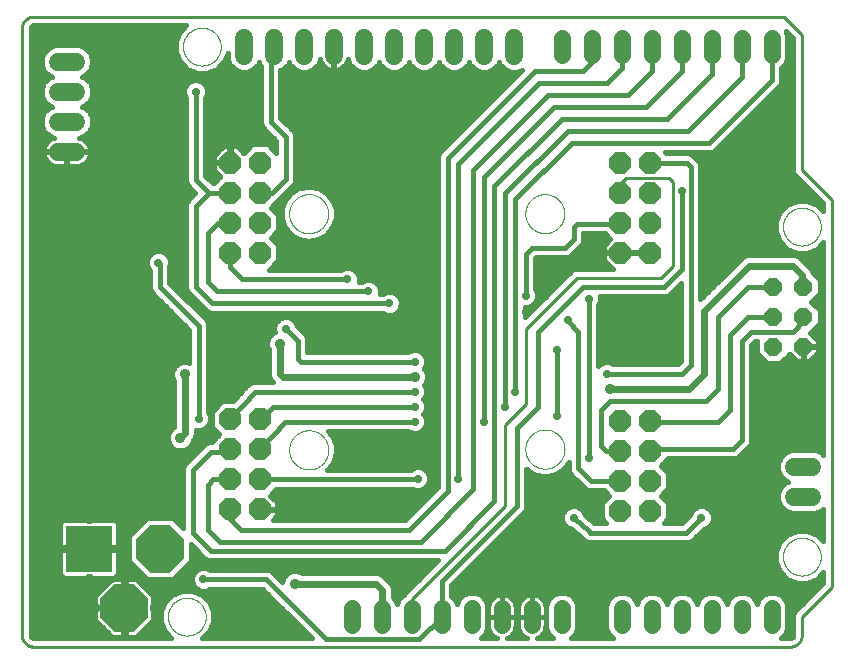
<source format=gbl>
G75*
%MOIN*%
%OFA0B0*%
%FSLAX25Y25*%
%IPPOS*%
%LPD*%
%AMOC8*
5,1,8,0,0,1.08239X$1,22.5*
%
%ADD10C,0.01000*%
%ADD11C,0.00000*%
%ADD12C,0.00039*%
%ADD13OC8,0.06102*%
%ADD14C,0.05600*%
%ADD15C,0.06000*%
%ADD16OC8,0.07400*%
%ADD17OC8,0.15748*%
%ADD18R,0.15748X0.15748*%
%ADD19C,0.07677*%
%ADD20C,0.01600*%
%ADD21C,0.02800*%
%ADD22C,0.02400*%
%ADD23C,0.03562*%
%ADD24C,0.03600*%
D10*
X0008350Y0009237D02*
X0008350Y0211363D01*
X0008352Y0211487D01*
X0008358Y0211610D01*
X0008367Y0211734D01*
X0008381Y0211856D01*
X0008398Y0211979D01*
X0008420Y0212101D01*
X0008445Y0212222D01*
X0008474Y0212342D01*
X0008506Y0212461D01*
X0008543Y0212580D01*
X0008583Y0212697D01*
X0008626Y0212812D01*
X0008674Y0212927D01*
X0008725Y0213039D01*
X0008779Y0213150D01*
X0008837Y0213260D01*
X0008898Y0213367D01*
X0008963Y0213473D01*
X0009031Y0213576D01*
X0009102Y0213677D01*
X0009176Y0213776D01*
X0009253Y0213873D01*
X0009334Y0213967D01*
X0009417Y0214058D01*
X0009503Y0214147D01*
X0009592Y0214233D01*
X0009683Y0214316D01*
X0009777Y0214397D01*
X0009874Y0214474D01*
X0009973Y0214548D01*
X0010074Y0214619D01*
X0010177Y0214687D01*
X0010283Y0214752D01*
X0010390Y0214813D01*
X0010500Y0214871D01*
X0010611Y0214925D01*
X0010723Y0214976D01*
X0010838Y0215024D01*
X0010953Y0215067D01*
X0011070Y0215107D01*
X0011189Y0215144D01*
X0011308Y0215176D01*
X0011428Y0215205D01*
X0011549Y0215230D01*
X0011671Y0215252D01*
X0011794Y0215269D01*
X0011916Y0215283D01*
X0012040Y0215292D01*
X0012163Y0215298D01*
X0012287Y0215300D01*
X0262350Y0215300D01*
X0268350Y0209300D01*
X0268350Y0164300D01*
X0278350Y0154300D01*
X0278350Y0025300D01*
X0268350Y0015300D01*
X0268350Y0009237D01*
X0268348Y0009113D01*
X0268342Y0008990D01*
X0268333Y0008866D01*
X0268319Y0008744D01*
X0268302Y0008621D01*
X0268280Y0008499D01*
X0268255Y0008378D01*
X0268226Y0008258D01*
X0268194Y0008139D01*
X0268157Y0008020D01*
X0268117Y0007903D01*
X0268074Y0007788D01*
X0268026Y0007673D01*
X0267975Y0007561D01*
X0267921Y0007450D01*
X0267863Y0007340D01*
X0267802Y0007233D01*
X0267737Y0007127D01*
X0267669Y0007024D01*
X0267598Y0006923D01*
X0267524Y0006824D01*
X0267447Y0006727D01*
X0267366Y0006633D01*
X0267283Y0006542D01*
X0267197Y0006453D01*
X0267108Y0006367D01*
X0267017Y0006284D01*
X0266923Y0006203D01*
X0266826Y0006126D01*
X0266727Y0006052D01*
X0266626Y0005981D01*
X0266523Y0005913D01*
X0266417Y0005848D01*
X0266310Y0005787D01*
X0266200Y0005729D01*
X0266089Y0005675D01*
X0265977Y0005624D01*
X0265862Y0005576D01*
X0265747Y0005533D01*
X0265630Y0005493D01*
X0265511Y0005456D01*
X0265392Y0005424D01*
X0265272Y0005395D01*
X0265151Y0005370D01*
X0265029Y0005348D01*
X0264906Y0005331D01*
X0264784Y0005317D01*
X0264660Y0005308D01*
X0264537Y0005302D01*
X0264413Y0005300D01*
X0012287Y0005300D01*
X0012163Y0005302D01*
X0012040Y0005308D01*
X0011916Y0005317D01*
X0011794Y0005331D01*
X0011671Y0005348D01*
X0011549Y0005370D01*
X0011428Y0005395D01*
X0011308Y0005424D01*
X0011189Y0005456D01*
X0011070Y0005493D01*
X0010953Y0005533D01*
X0010838Y0005576D01*
X0010723Y0005624D01*
X0010611Y0005675D01*
X0010500Y0005729D01*
X0010390Y0005787D01*
X0010283Y0005848D01*
X0010177Y0005913D01*
X0010074Y0005981D01*
X0009973Y0006052D01*
X0009874Y0006126D01*
X0009777Y0006203D01*
X0009683Y0006284D01*
X0009592Y0006367D01*
X0009503Y0006453D01*
X0009417Y0006542D01*
X0009334Y0006633D01*
X0009253Y0006727D01*
X0009176Y0006824D01*
X0009102Y0006923D01*
X0009031Y0007024D01*
X0008963Y0007127D01*
X0008898Y0007233D01*
X0008837Y0007340D01*
X0008779Y0007450D01*
X0008725Y0007561D01*
X0008674Y0007673D01*
X0008626Y0007788D01*
X0008583Y0007903D01*
X0008543Y0008020D01*
X0008506Y0008139D01*
X0008474Y0008258D01*
X0008445Y0008378D01*
X0008420Y0008499D01*
X0008398Y0008621D01*
X0008381Y0008744D01*
X0008367Y0008866D01*
X0008358Y0008990D01*
X0008352Y0009113D01*
X0008350Y0009237D01*
X0138350Y0015300D02*
X0138350Y0021300D01*
X0169350Y0052300D01*
X0169350Y0079300D01*
X0176350Y0086300D01*
X0176350Y0111300D01*
X0193350Y0128300D01*
X0221350Y0128300D01*
X0225350Y0132300D01*
X0225350Y0160300D01*
X0224050Y0161600D01*
X0209850Y0161600D01*
X0207950Y0159700D01*
X0207750Y0159700D01*
X0207750Y0156600D01*
D11*
X0262051Y0145300D02*
X0262053Y0145458D01*
X0262059Y0145616D01*
X0262069Y0145774D01*
X0262083Y0145932D01*
X0262101Y0146089D01*
X0262122Y0146246D01*
X0262148Y0146402D01*
X0262178Y0146558D01*
X0262211Y0146713D01*
X0262249Y0146866D01*
X0262290Y0147019D01*
X0262335Y0147171D01*
X0262384Y0147322D01*
X0262437Y0147471D01*
X0262493Y0147619D01*
X0262553Y0147765D01*
X0262617Y0147910D01*
X0262685Y0148053D01*
X0262756Y0148195D01*
X0262830Y0148335D01*
X0262908Y0148472D01*
X0262990Y0148608D01*
X0263074Y0148742D01*
X0263163Y0148873D01*
X0263254Y0149002D01*
X0263349Y0149129D01*
X0263446Y0149254D01*
X0263547Y0149376D01*
X0263651Y0149495D01*
X0263758Y0149612D01*
X0263868Y0149726D01*
X0263981Y0149837D01*
X0264096Y0149946D01*
X0264214Y0150051D01*
X0264335Y0150153D01*
X0264458Y0150253D01*
X0264584Y0150349D01*
X0264712Y0150442D01*
X0264842Y0150532D01*
X0264975Y0150618D01*
X0265110Y0150702D01*
X0265246Y0150781D01*
X0265385Y0150858D01*
X0265526Y0150930D01*
X0265668Y0151000D01*
X0265812Y0151065D01*
X0265958Y0151127D01*
X0266105Y0151185D01*
X0266254Y0151240D01*
X0266404Y0151291D01*
X0266555Y0151338D01*
X0266707Y0151381D01*
X0266860Y0151420D01*
X0267015Y0151456D01*
X0267170Y0151487D01*
X0267326Y0151515D01*
X0267482Y0151539D01*
X0267639Y0151559D01*
X0267797Y0151575D01*
X0267954Y0151587D01*
X0268113Y0151595D01*
X0268271Y0151599D01*
X0268429Y0151599D01*
X0268587Y0151595D01*
X0268746Y0151587D01*
X0268903Y0151575D01*
X0269061Y0151559D01*
X0269218Y0151539D01*
X0269374Y0151515D01*
X0269530Y0151487D01*
X0269685Y0151456D01*
X0269840Y0151420D01*
X0269993Y0151381D01*
X0270145Y0151338D01*
X0270296Y0151291D01*
X0270446Y0151240D01*
X0270595Y0151185D01*
X0270742Y0151127D01*
X0270888Y0151065D01*
X0271032Y0151000D01*
X0271174Y0150930D01*
X0271315Y0150858D01*
X0271454Y0150781D01*
X0271590Y0150702D01*
X0271725Y0150618D01*
X0271858Y0150532D01*
X0271988Y0150442D01*
X0272116Y0150349D01*
X0272242Y0150253D01*
X0272365Y0150153D01*
X0272486Y0150051D01*
X0272604Y0149946D01*
X0272719Y0149837D01*
X0272832Y0149726D01*
X0272942Y0149612D01*
X0273049Y0149495D01*
X0273153Y0149376D01*
X0273254Y0149254D01*
X0273351Y0149129D01*
X0273446Y0149002D01*
X0273537Y0148873D01*
X0273626Y0148742D01*
X0273710Y0148608D01*
X0273792Y0148472D01*
X0273870Y0148335D01*
X0273944Y0148195D01*
X0274015Y0148053D01*
X0274083Y0147910D01*
X0274147Y0147765D01*
X0274207Y0147619D01*
X0274263Y0147471D01*
X0274316Y0147322D01*
X0274365Y0147171D01*
X0274410Y0147019D01*
X0274451Y0146866D01*
X0274489Y0146713D01*
X0274522Y0146558D01*
X0274552Y0146402D01*
X0274578Y0146246D01*
X0274599Y0146089D01*
X0274617Y0145932D01*
X0274631Y0145774D01*
X0274641Y0145616D01*
X0274647Y0145458D01*
X0274649Y0145300D01*
X0274647Y0145142D01*
X0274641Y0144984D01*
X0274631Y0144826D01*
X0274617Y0144668D01*
X0274599Y0144511D01*
X0274578Y0144354D01*
X0274552Y0144198D01*
X0274522Y0144042D01*
X0274489Y0143887D01*
X0274451Y0143734D01*
X0274410Y0143581D01*
X0274365Y0143429D01*
X0274316Y0143278D01*
X0274263Y0143129D01*
X0274207Y0142981D01*
X0274147Y0142835D01*
X0274083Y0142690D01*
X0274015Y0142547D01*
X0273944Y0142405D01*
X0273870Y0142265D01*
X0273792Y0142128D01*
X0273710Y0141992D01*
X0273626Y0141858D01*
X0273537Y0141727D01*
X0273446Y0141598D01*
X0273351Y0141471D01*
X0273254Y0141346D01*
X0273153Y0141224D01*
X0273049Y0141105D01*
X0272942Y0140988D01*
X0272832Y0140874D01*
X0272719Y0140763D01*
X0272604Y0140654D01*
X0272486Y0140549D01*
X0272365Y0140447D01*
X0272242Y0140347D01*
X0272116Y0140251D01*
X0271988Y0140158D01*
X0271858Y0140068D01*
X0271725Y0139982D01*
X0271590Y0139898D01*
X0271454Y0139819D01*
X0271315Y0139742D01*
X0271174Y0139670D01*
X0271032Y0139600D01*
X0270888Y0139535D01*
X0270742Y0139473D01*
X0270595Y0139415D01*
X0270446Y0139360D01*
X0270296Y0139309D01*
X0270145Y0139262D01*
X0269993Y0139219D01*
X0269840Y0139180D01*
X0269685Y0139144D01*
X0269530Y0139113D01*
X0269374Y0139085D01*
X0269218Y0139061D01*
X0269061Y0139041D01*
X0268903Y0139025D01*
X0268746Y0139013D01*
X0268587Y0139005D01*
X0268429Y0139001D01*
X0268271Y0139001D01*
X0268113Y0139005D01*
X0267954Y0139013D01*
X0267797Y0139025D01*
X0267639Y0139041D01*
X0267482Y0139061D01*
X0267326Y0139085D01*
X0267170Y0139113D01*
X0267015Y0139144D01*
X0266860Y0139180D01*
X0266707Y0139219D01*
X0266555Y0139262D01*
X0266404Y0139309D01*
X0266254Y0139360D01*
X0266105Y0139415D01*
X0265958Y0139473D01*
X0265812Y0139535D01*
X0265668Y0139600D01*
X0265526Y0139670D01*
X0265385Y0139742D01*
X0265246Y0139819D01*
X0265110Y0139898D01*
X0264975Y0139982D01*
X0264842Y0140068D01*
X0264712Y0140158D01*
X0264584Y0140251D01*
X0264458Y0140347D01*
X0264335Y0140447D01*
X0264214Y0140549D01*
X0264096Y0140654D01*
X0263981Y0140763D01*
X0263868Y0140874D01*
X0263758Y0140988D01*
X0263651Y0141105D01*
X0263547Y0141224D01*
X0263446Y0141346D01*
X0263349Y0141471D01*
X0263254Y0141598D01*
X0263163Y0141727D01*
X0263074Y0141858D01*
X0262990Y0141992D01*
X0262908Y0142128D01*
X0262830Y0142265D01*
X0262756Y0142405D01*
X0262685Y0142547D01*
X0262617Y0142690D01*
X0262553Y0142835D01*
X0262493Y0142981D01*
X0262437Y0143129D01*
X0262384Y0143278D01*
X0262335Y0143429D01*
X0262290Y0143581D01*
X0262249Y0143734D01*
X0262211Y0143887D01*
X0262178Y0144042D01*
X0262148Y0144198D01*
X0262122Y0144354D01*
X0262101Y0144511D01*
X0262083Y0144668D01*
X0262069Y0144826D01*
X0262059Y0144984D01*
X0262053Y0145142D01*
X0262051Y0145300D01*
X0262051Y0035300D02*
X0262053Y0035458D01*
X0262059Y0035616D01*
X0262069Y0035774D01*
X0262083Y0035932D01*
X0262101Y0036089D01*
X0262122Y0036246D01*
X0262148Y0036402D01*
X0262178Y0036558D01*
X0262211Y0036713D01*
X0262249Y0036866D01*
X0262290Y0037019D01*
X0262335Y0037171D01*
X0262384Y0037322D01*
X0262437Y0037471D01*
X0262493Y0037619D01*
X0262553Y0037765D01*
X0262617Y0037910D01*
X0262685Y0038053D01*
X0262756Y0038195D01*
X0262830Y0038335D01*
X0262908Y0038472D01*
X0262990Y0038608D01*
X0263074Y0038742D01*
X0263163Y0038873D01*
X0263254Y0039002D01*
X0263349Y0039129D01*
X0263446Y0039254D01*
X0263547Y0039376D01*
X0263651Y0039495D01*
X0263758Y0039612D01*
X0263868Y0039726D01*
X0263981Y0039837D01*
X0264096Y0039946D01*
X0264214Y0040051D01*
X0264335Y0040153D01*
X0264458Y0040253D01*
X0264584Y0040349D01*
X0264712Y0040442D01*
X0264842Y0040532D01*
X0264975Y0040618D01*
X0265110Y0040702D01*
X0265246Y0040781D01*
X0265385Y0040858D01*
X0265526Y0040930D01*
X0265668Y0041000D01*
X0265812Y0041065D01*
X0265958Y0041127D01*
X0266105Y0041185D01*
X0266254Y0041240D01*
X0266404Y0041291D01*
X0266555Y0041338D01*
X0266707Y0041381D01*
X0266860Y0041420D01*
X0267015Y0041456D01*
X0267170Y0041487D01*
X0267326Y0041515D01*
X0267482Y0041539D01*
X0267639Y0041559D01*
X0267797Y0041575D01*
X0267954Y0041587D01*
X0268113Y0041595D01*
X0268271Y0041599D01*
X0268429Y0041599D01*
X0268587Y0041595D01*
X0268746Y0041587D01*
X0268903Y0041575D01*
X0269061Y0041559D01*
X0269218Y0041539D01*
X0269374Y0041515D01*
X0269530Y0041487D01*
X0269685Y0041456D01*
X0269840Y0041420D01*
X0269993Y0041381D01*
X0270145Y0041338D01*
X0270296Y0041291D01*
X0270446Y0041240D01*
X0270595Y0041185D01*
X0270742Y0041127D01*
X0270888Y0041065D01*
X0271032Y0041000D01*
X0271174Y0040930D01*
X0271315Y0040858D01*
X0271454Y0040781D01*
X0271590Y0040702D01*
X0271725Y0040618D01*
X0271858Y0040532D01*
X0271988Y0040442D01*
X0272116Y0040349D01*
X0272242Y0040253D01*
X0272365Y0040153D01*
X0272486Y0040051D01*
X0272604Y0039946D01*
X0272719Y0039837D01*
X0272832Y0039726D01*
X0272942Y0039612D01*
X0273049Y0039495D01*
X0273153Y0039376D01*
X0273254Y0039254D01*
X0273351Y0039129D01*
X0273446Y0039002D01*
X0273537Y0038873D01*
X0273626Y0038742D01*
X0273710Y0038608D01*
X0273792Y0038472D01*
X0273870Y0038335D01*
X0273944Y0038195D01*
X0274015Y0038053D01*
X0274083Y0037910D01*
X0274147Y0037765D01*
X0274207Y0037619D01*
X0274263Y0037471D01*
X0274316Y0037322D01*
X0274365Y0037171D01*
X0274410Y0037019D01*
X0274451Y0036866D01*
X0274489Y0036713D01*
X0274522Y0036558D01*
X0274552Y0036402D01*
X0274578Y0036246D01*
X0274599Y0036089D01*
X0274617Y0035932D01*
X0274631Y0035774D01*
X0274641Y0035616D01*
X0274647Y0035458D01*
X0274649Y0035300D01*
X0274647Y0035142D01*
X0274641Y0034984D01*
X0274631Y0034826D01*
X0274617Y0034668D01*
X0274599Y0034511D01*
X0274578Y0034354D01*
X0274552Y0034198D01*
X0274522Y0034042D01*
X0274489Y0033887D01*
X0274451Y0033734D01*
X0274410Y0033581D01*
X0274365Y0033429D01*
X0274316Y0033278D01*
X0274263Y0033129D01*
X0274207Y0032981D01*
X0274147Y0032835D01*
X0274083Y0032690D01*
X0274015Y0032547D01*
X0273944Y0032405D01*
X0273870Y0032265D01*
X0273792Y0032128D01*
X0273710Y0031992D01*
X0273626Y0031858D01*
X0273537Y0031727D01*
X0273446Y0031598D01*
X0273351Y0031471D01*
X0273254Y0031346D01*
X0273153Y0031224D01*
X0273049Y0031105D01*
X0272942Y0030988D01*
X0272832Y0030874D01*
X0272719Y0030763D01*
X0272604Y0030654D01*
X0272486Y0030549D01*
X0272365Y0030447D01*
X0272242Y0030347D01*
X0272116Y0030251D01*
X0271988Y0030158D01*
X0271858Y0030068D01*
X0271725Y0029982D01*
X0271590Y0029898D01*
X0271454Y0029819D01*
X0271315Y0029742D01*
X0271174Y0029670D01*
X0271032Y0029600D01*
X0270888Y0029535D01*
X0270742Y0029473D01*
X0270595Y0029415D01*
X0270446Y0029360D01*
X0270296Y0029309D01*
X0270145Y0029262D01*
X0269993Y0029219D01*
X0269840Y0029180D01*
X0269685Y0029144D01*
X0269530Y0029113D01*
X0269374Y0029085D01*
X0269218Y0029061D01*
X0269061Y0029041D01*
X0268903Y0029025D01*
X0268746Y0029013D01*
X0268587Y0029005D01*
X0268429Y0029001D01*
X0268271Y0029001D01*
X0268113Y0029005D01*
X0267954Y0029013D01*
X0267797Y0029025D01*
X0267639Y0029041D01*
X0267482Y0029061D01*
X0267326Y0029085D01*
X0267170Y0029113D01*
X0267015Y0029144D01*
X0266860Y0029180D01*
X0266707Y0029219D01*
X0266555Y0029262D01*
X0266404Y0029309D01*
X0266254Y0029360D01*
X0266105Y0029415D01*
X0265958Y0029473D01*
X0265812Y0029535D01*
X0265668Y0029600D01*
X0265526Y0029670D01*
X0265385Y0029742D01*
X0265246Y0029819D01*
X0265110Y0029898D01*
X0264975Y0029982D01*
X0264842Y0030068D01*
X0264712Y0030158D01*
X0264584Y0030251D01*
X0264458Y0030347D01*
X0264335Y0030447D01*
X0264214Y0030549D01*
X0264096Y0030654D01*
X0263981Y0030763D01*
X0263868Y0030874D01*
X0263758Y0030988D01*
X0263651Y0031105D01*
X0263547Y0031224D01*
X0263446Y0031346D01*
X0263349Y0031471D01*
X0263254Y0031598D01*
X0263163Y0031727D01*
X0263074Y0031858D01*
X0262990Y0031992D01*
X0262908Y0032128D01*
X0262830Y0032265D01*
X0262756Y0032405D01*
X0262685Y0032547D01*
X0262617Y0032690D01*
X0262553Y0032835D01*
X0262493Y0032981D01*
X0262437Y0033129D01*
X0262384Y0033278D01*
X0262335Y0033429D01*
X0262290Y0033581D01*
X0262249Y0033734D01*
X0262211Y0033887D01*
X0262178Y0034042D01*
X0262148Y0034198D01*
X0262122Y0034354D01*
X0262101Y0034511D01*
X0262083Y0034668D01*
X0262069Y0034826D01*
X0262059Y0034984D01*
X0262053Y0035142D01*
X0262051Y0035300D01*
X0057051Y0015300D02*
X0057053Y0015458D01*
X0057059Y0015616D01*
X0057069Y0015774D01*
X0057083Y0015932D01*
X0057101Y0016089D01*
X0057122Y0016246D01*
X0057148Y0016402D01*
X0057178Y0016558D01*
X0057211Y0016713D01*
X0057249Y0016866D01*
X0057290Y0017019D01*
X0057335Y0017171D01*
X0057384Y0017322D01*
X0057437Y0017471D01*
X0057493Y0017619D01*
X0057553Y0017765D01*
X0057617Y0017910D01*
X0057685Y0018053D01*
X0057756Y0018195D01*
X0057830Y0018335D01*
X0057908Y0018472D01*
X0057990Y0018608D01*
X0058074Y0018742D01*
X0058163Y0018873D01*
X0058254Y0019002D01*
X0058349Y0019129D01*
X0058446Y0019254D01*
X0058547Y0019376D01*
X0058651Y0019495D01*
X0058758Y0019612D01*
X0058868Y0019726D01*
X0058981Y0019837D01*
X0059096Y0019946D01*
X0059214Y0020051D01*
X0059335Y0020153D01*
X0059458Y0020253D01*
X0059584Y0020349D01*
X0059712Y0020442D01*
X0059842Y0020532D01*
X0059975Y0020618D01*
X0060110Y0020702D01*
X0060246Y0020781D01*
X0060385Y0020858D01*
X0060526Y0020930D01*
X0060668Y0021000D01*
X0060812Y0021065D01*
X0060958Y0021127D01*
X0061105Y0021185D01*
X0061254Y0021240D01*
X0061404Y0021291D01*
X0061555Y0021338D01*
X0061707Y0021381D01*
X0061860Y0021420D01*
X0062015Y0021456D01*
X0062170Y0021487D01*
X0062326Y0021515D01*
X0062482Y0021539D01*
X0062639Y0021559D01*
X0062797Y0021575D01*
X0062954Y0021587D01*
X0063113Y0021595D01*
X0063271Y0021599D01*
X0063429Y0021599D01*
X0063587Y0021595D01*
X0063746Y0021587D01*
X0063903Y0021575D01*
X0064061Y0021559D01*
X0064218Y0021539D01*
X0064374Y0021515D01*
X0064530Y0021487D01*
X0064685Y0021456D01*
X0064840Y0021420D01*
X0064993Y0021381D01*
X0065145Y0021338D01*
X0065296Y0021291D01*
X0065446Y0021240D01*
X0065595Y0021185D01*
X0065742Y0021127D01*
X0065888Y0021065D01*
X0066032Y0021000D01*
X0066174Y0020930D01*
X0066315Y0020858D01*
X0066454Y0020781D01*
X0066590Y0020702D01*
X0066725Y0020618D01*
X0066858Y0020532D01*
X0066988Y0020442D01*
X0067116Y0020349D01*
X0067242Y0020253D01*
X0067365Y0020153D01*
X0067486Y0020051D01*
X0067604Y0019946D01*
X0067719Y0019837D01*
X0067832Y0019726D01*
X0067942Y0019612D01*
X0068049Y0019495D01*
X0068153Y0019376D01*
X0068254Y0019254D01*
X0068351Y0019129D01*
X0068446Y0019002D01*
X0068537Y0018873D01*
X0068626Y0018742D01*
X0068710Y0018608D01*
X0068792Y0018472D01*
X0068870Y0018335D01*
X0068944Y0018195D01*
X0069015Y0018053D01*
X0069083Y0017910D01*
X0069147Y0017765D01*
X0069207Y0017619D01*
X0069263Y0017471D01*
X0069316Y0017322D01*
X0069365Y0017171D01*
X0069410Y0017019D01*
X0069451Y0016866D01*
X0069489Y0016713D01*
X0069522Y0016558D01*
X0069552Y0016402D01*
X0069578Y0016246D01*
X0069599Y0016089D01*
X0069617Y0015932D01*
X0069631Y0015774D01*
X0069641Y0015616D01*
X0069647Y0015458D01*
X0069649Y0015300D01*
X0069647Y0015142D01*
X0069641Y0014984D01*
X0069631Y0014826D01*
X0069617Y0014668D01*
X0069599Y0014511D01*
X0069578Y0014354D01*
X0069552Y0014198D01*
X0069522Y0014042D01*
X0069489Y0013887D01*
X0069451Y0013734D01*
X0069410Y0013581D01*
X0069365Y0013429D01*
X0069316Y0013278D01*
X0069263Y0013129D01*
X0069207Y0012981D01*
X0069147Y0012835D01*
X0069083Y0012690D01*
X0069015Y0012547D01*
X0068944Y0012405D01*
X0068870Y0012265D01*
X0068792Y0012128D01*
X0068710Y0011992D01*
X0068626Y0011858D01*
X0068537Y0011727D01*
X0068446Y0011598D01*
X0068351Y0011471D01*
X0068254Y0011346D01*
X0068153Y0011224D01*
X0068049Y0011105D01*
X0067942Y0010988D01*
X0067832Y0010874D01*
X0067719Y0010763D01*
X0067604Y0010654D01*
X0067486Y0010549D01*
X0067365Y0010447D01*
X0067242Y0010347D01*
X0067116Y0010251D01*
X0066988Y0010158D01*
X0066858Y0010068D01*
X0066725Y0009982D01*
X0066590Y0009898D01*
X0066454Y0009819D01*
X0066315Y0009742D01*
X0066174Y0009670D01*
X0066032Y0009600D01*
X0065888Y0009535D01*
X0065742Y0009473D01*
X0065595Y0009415D01*
X0065446Y0009360D01*
X0065296Y0009309D01*
X0065145Y0009262D01*
X0064993Y0009219D01*
X0064840Y0009180D01*
X0064685Y0009144D01*
X0064530Y0009113D01*
X0064374Y0009085D01*
X0064218Y0009061D01*
X0064061Y0009041D01*
X0063903Y0009025D01*
X0063746Y0009013D01*
X0063587Y0009005D01*
X0063429Y0009001D01*
X0063271Y0009001D01*
X0063113Y0009005D01*
X0062954Y0009013D01*
X0062797Y0009025D01*
X0062639Y0009041D01*
X0062482Y0009061D01*
X0062326Y0009085D01*
X0062170Y0009113D01*
X0062015Y0009144D01*
X0061860Y0009180D01*
X0061707Y0009219D01*
X0061555Y0009262D01*
X0061404Y0009309D01*
X0061254Y0009360D01*
X0061105Y0009415D01*
X0060958Y0009473D01*
X0060812Y0009535D01*
X0060668Y0009600D01*
X0060526Y0009670D01*
X0060385Y0009742D01*
X0060246Y0009819D01*
X0060110Y0009898D01*
X0059975Y0009982D01*
X0059842Y0010068D01*
X0059712Y0010158D01*
X0059584Y0010251D01*
X0059458Y0010347D01*
X0059335Y0010447D01*
X0059214Y0010549D01*
X0059096Y0010654D01*
X0058981Y0010763D01*
X0058868Y0010874D01*
X0058758Y0010988D01*
X0058651Y0011105D01*
X0058547Y0011224D01*
X0058446Y0011346D01*
X0058349Y0011471D01*
X0058254Y0011598D01*
X0058163Y0011727D01*
X0058074Y0011858D01*
X0057990Y0011992D01*
X0057908Y0012128D01*
X0057830Y0012265D01*
X0057756Y0012405D01*
X0057685Y0012547D01*
X0057617Y0012690D01*
X0057553Y0012835D01*
X0057493Y0012981D01*
X0057437Y0013129D01*
X0057384Y0013278D01*
X0057335Y0013429D01*
X0057290Y0013581D01*
X0057249Y0013734D01*
X0057211Y0013887D01*
X0057178Y0014042D01*
X0057148Y0014198D01*
X0057122Y0014354D01*
X0057101Y0014511D01*
X0057083Y0014668D01*
X0057069Y0014826D01*
X0057059Y0014984D01*
X0057053Y0015142D01*
X0057051Y0015300D01*
X0062051Y0205300D02*
X0062053Y0205458D01*
X0062059Y0205616D01*
X0062069Y0205774D01*
X0062083Y0205932D01*
X0062101Y0206089D01*
X0062122Y0206246D01*
X0062148Y0206402D01*
X0062178Y0206558D01*
X0062211Y0206713D01*
X0062249Y0206866D01*
X0062290Y0207019D01*
X0062335Y0207171D01*
X0062384Y0207322D01*
X0062437Y0207471D01*
X0062493Y0207619D01*
X0062553Y0207765D01*
X0062617Y0207910D01*
X0062685Y0208053D01*
X0062756Y0208195D01*
X0062830Y0208335D01*
X0062908Y0208472D01*
X0062990Y0208608D01*
X0063074Y0208742D01*
X0063163Y0208873D01*
X0063254Y0209002D01*
X0063349Y0209129D01*
X0063446Y0209254D01*
X0063547Y0209376D01*
X0063651Y0209495D01*
X0063758Y0209612D01*
X0063868Y0209726D01*
X0063981Y0209837D01*
X0064096Y0209946D01*
X0064214Y0210051D01*
X0064335Y0210153D01*
X0064458Y0210253D01*
X0064584Y0210349D01*
X0064712Y0210442D01*
X0064842Y0210532D01*
X0064975Y0210618D01*
X0065110Y0210702D01*
X0065246Y0210781D01*
X0065385Y0210858D01*
X0065526Y0210930D01*
X0065668Y0211000D01*
X0065812Y0211065D01*
X0065958Y0211127D01*
X0066105Y0211185D01*
X0066254Y0211240D01*
X0066404Y0211291D01*
X0066555Y0211338D01*
X0066707Y0211381D01*
X0066860Y0211420D01*
X0067015Y0211456D01*
X0067170Y0211487D01*
X0067326Y0211515D01*
X0067482Y0211539D01*
X0067639Y0211559D01*
X0067797Y0211575D01*
X0067954Y0211587D01*
X0068113Y0211595D01*
X0068271Y0211599D01*
X0068429Y0211599D01*
X0068587Y0211595D01*
X0068746Y0211587D01*
X0068903Y0211575D01*
X0069061Y0211559D01*
X0069218Y0211539D01*
X0069374Y0211515D01*
X0069530Y0211487D01*
X0069685Y0211456D01*
X0069840Y0211420D01*
X0069993Y0211381D01*
X0070145Y0211338D01*
X0070296Y0211291D01*
X0070446Y0211240D01*
X0070595Y0211185D01*
X0070742Y0211127D01*
X0070888Y0211065D01*
X0071032Y0211000D01*
X0071174Y0210930D01*
X0071315Y0210858D01*
X0071454Y0210781D01*
X0071590Y0210702D01*
X0071725Y0210618D01*
X0071858Y0210532D01*
X0071988Y0210442D01*
X0072116Y0210349D01*
X0072242Y0210253D01*
X0072365Y0210153D01*
X0072486Y0210051D01*
X0072604Y0209946D01*
X0072719Y0209837D01*
X0072832Y0209726D01*
X0072942Y0209612D01*
X0073049Y0209495D01*
X0073153Y0209376D01*
X0073254Y0209254D01*
X0073351Y0209129D01*
X0073446Y0209002D01*
X0073537Y0208873D01*
X0073626Y0208742D01*
X0073710Y0208608D01*
X0073792Y0208472D01*
X0073870Y0208335D01*
X0073944Y0208195D01*
X0074015Y0208053D01*
X0074083Y0207910D01*
X0074147Y0207765D01*
X0074207Y0207619D01*
X0074263Y0207471D01*
X0074316Y0207322D01*
X0074365Y0207171D01*
X0074410Y0207019D01*
X0074451Y0206866D01*
X0074489Y0206713D01*
X0074522Y0206558D01*
X0074552Y0206402D01*
X0074578Y0206246D01*
X0074599Y0206089D01*
X0074617Y0205932D01*
X0074631Y0205774D01*
X0074641Y0205616D01*
X0074647Y0205458D01*
X0074649Y0205300D01*
X0074647Y0205142D01*
X0074641Y0204984D01*
X0074631Y0204826D01*
X0074617Y0204668D01*
X0074599Y0204511D01*
X0074578Y0204354D01*
X0074552Y0204198D01*
X0074522Y0204042D01*
X0074489Y0203887D01*
X0074451Y0203734D01*
X0074410Y0203581D01*
X0074365Y0203429D01*
X0074316Y0203278D01*
X0074263Y0203129D01*
X0074207Y0202981D01*
X0074147Y0202835D01*
X0074083Y0202690D01*
X0074015Y0202547D01*
X0073944Y0202405D01*
X0073870Y0202265D01*
X0073792Y0202128D01*
X0073710Y0201992D01*
X0073626Y0201858D01*
X0073537Y0201727D01*
X0073446Y0201598D01*
X0073351Y0201471D01*
X0073254Y0201346D01*
X0073153Y0201224D01*
X0073049Y0201105D01*
X0072942Y0200988D01*
X0072832Y0200874D01*
X0072719Y0200763D01*
X0072604Y0200654D01*
X0072486Y0200549D01*
X0072365Y0200447D01*
X0072242Y0200347D01*
X0072116Y0200251D01*
X0071988Y0200158D01*
X0071858Y0200068D01*
X0071725Y0199982D01*
X0071590Y0199898D01*
X0071454Y0199819D01*
X0071315Y0199742D01*
X0071174Y0199670D01*
X0071032Y0199600D01*
X0070888Y0199535D01*
X0070742Y0199473D01*
X0070595Y0199415D01*
X0070446Y0199360D01*
X0070296Y0199309D01*
X0070145Y0199262D01*
X0069993Y0199219D01*
X0069840Y0199180D01*
X0069685Y0199144D01*
X0069530Y0199113D01*
X0069374Y0199085D01*
X0069218Y0199061D01*
X0069061Y0199041D01*
X0068903Y0199025D01*
X0068746Y0199013D01*
X0068587Y0199005D01*
X0068429Y0199001D01*
X0068271Y0199001D01*
X0068113Y0199005D01*
X0067954Y0199013D01*
X0067797Y0199025D01*
X0067639Y0199041D01*
X0067482Y0199061D01*
X0067326Y0199085D01*
X0067170Y0199113D01*
X0067015Y0199144D01*
X0066860Y0199180D01*
X0066707Y0199219D01*
X0066555Y0199262D01*
X0066404Y0199309D01*
X0066254Y0199360D01*
X0066105Y0199415D01*
X0065958Y0199473D01*
X0065812Y0199535D01*
X0065668Y0199600D01*
X0065526Y0199670D01*
X0065385Y0199742D01*
X0065246Y0199819D01*
X0065110Y0199898D01*
X0064975Y0199982D01*
X0064842Y0200068D01*
X0064712Y0200158D01*
X0064584Y0200251D01*
X0064458Y0200347D01*
X0064335Y0200447D01*
X0064214Y0200549D01*
X0064096Y0200654D01*
X0063981Y0200763D01*
X0063868Y0200874D01*
X0063758Y0200988D01*
X0063651Y0201105D01*
X0063547Y0201224D01*
X0063446Y0201346D01*
X0063349Y0201471D01*
X0063254Y0201598D01*
X0063163Y0201727D01*
X0063074Y0201858D01*
X0062990Y0201992D01*
X0062908Y0202128D01*
X0062830Y0202265D01*
X0062756Y0202405D01*
X0062685Y0202547D01*
X0062617Y0202690D01*
X0062553Y0202835D01*
X0062493Y0202981D01*
X0062437Y0203129D01*
X0062384Y0203278D01*
X0062335Y0203429D01*
X0062290Y0203581D01*
X0062249Y0203734D01*
X0062211Y0203887D01*
X0062178Y0204042D01*
X0062148Y0204198D01*
X0062122Y0204354D01*
X0062101Y0204511D01*
X0062083Y0204668D01*
X0062069Y0204826D01*
X0062059Y0204984D01*
X0062053Y0205142D01*
X0062051Y0205300D01*
D12*
X0097448Y0149603D02*
X0097450Y0149443D01*
X0097456Y0149283D01*
X0097466Y0149123D01*
X0097479Y0148964D01*
X0097497Y0148805D01*
X0097519Y0148646D01*
X0097544Y0148488D01*
X0097573Y0148331D01*
X0097606Y0148174D01*
X0097643Y0148019D01*
X0097684Y0147864D01*
X0097729Y0147710D01*
X0097777Y0147558D01*
X0097829Y0147406D01*
X0097885Y0147256D01*
X0097944Y0147108D01*
X0098007Y0146961D01*
X0098074Y0146815D01*
X0098144Y0146672D01*
X0098218Y0146529D01*
X0098295Y0146389D01*
X0098376Y0146251D01*
X0098460Y0146115D01*
X0098547Y0145981D01*
X0098637Y0145849D01*
X0098731Y0145719D01*
X0098828Y0145592D01*
X0098928Y0145467D01*
X0099031Y0145344D01*
X0099137Y0145224D01*
X0099246Y0145107D01*
X0099358Y0144993D01*
X0099472Y0144881D01*
X0099589Y0144772D01*
X0099709Y0144666D01*
X0099832Y0144563D01*
X0099957Y0144463D01*
X0100084Y0144366D01*
X0100214Y0144272D01*
X0100346Y0144182D01*
X0100480Y0144095D01*
X0100616Y0144011D01*
X0100754Y0143930D01*
X0100894Y0143853D01*
X0101037Y0143779D01*
X0101180Y0143709D01*
X0101326Y0143642D01*
X0101473Y0143579D01*
X0101621Y0143520D01*
X0101771Y0143464D01*
X0101923Y0143412D01*
X0102075Y0143364D01*
X0102229Y0143319D01*
X0102384Y0143278D01*
X0102539Y0143241D01*
X0102696Y0143208D01*
X0102853Y0143179D01*
X0103011Y0143154D01*
X0103170Y0143132D01*
X0103329Y0143114D01*
X0103488Y0143101D01*
X0103648Y0143091D01*
X0103808Y0143085D01*
X0103968Y0143083D01*
X0104128Y0143085D01*
X0104288Y0143091D01*
X0104448Y0143101D01*
X0104607Y0143114D01*
X0104766Y0143132D01*
X0104925Y0143154D01*
X0105083Y0143179D01*
X0105240Y0143208D01*
X0105397Y0143241D01*
X0105552Y0143278D01*
X0105707Y0143319D01*
X0105861Y0143364D01*
X0106013Y0143412D01*
X0106165Y0143464D01*
X0106315Y0143520D01*
X0106463Y0143579D01*
X0106610Y0143642D01*
X0106756Y0143709D01*
X0106899Y0143779D01*
X0107042Y0143853D01*
X0107182Y0143930D01*
X0107320Y0144011D01*
X0107456Y0144095D01*
X0107590Y0144182D01*
X0107722Y0144272D01*
X0107852Y0144366D01*
X0107979Y0144463D01*
X0108104Y0144563D01*
X0108227Y0144666D01*
X0108347Y0144772D01*
X0108464Y0144881D01*
X0108578Y0144993D01*
X0108690Y0145107D01*
X0108799Y0145224D01*
X0108905Y0145344D01*
X0109008Y0145467D01*
X0109108Y0145592D01*
X0109205Y0145719D01*
X0109299Y0145849D01*
X0109389Y0145981D01*
X0109476Y0146115D01*
X0109560Y0146251D01*
X0109641Y0146389D01*
X0109718Y0146529D01*
X0109792Y0146672D01*
X0109862Y0146815D01*
X0109929Y0146961D01*
X0109992Y0147108D01*
X0110051Y0147256D01*
X0110107Y0147406D01*
X0110159Y0147558D01*
X0110207Y0147710D01*
X0110252Y0147864D01*
X0110293Y0148019D01*
X0110330Y0148174D01*
X0110363Y0148331D01*
X0110392Y0148488D01*
X0110417Y0148646D01*
X0110439Y0148805D01*
X0110457Y0148964D01*
X0110470Y0149123D01*
X0110480Y0149283D01*
X0110486Y0149443D01*
X0110488Y0149603D01*
X0110486Y0149763D01*
X0110480Y0149923D01*
X0110470Y0150083D01*
X0110457Y0150242D01*
X0110439Y0150401D01*
X0110417Y0150560D01*
X0110392Y0150718D01*
X0110363Y0150875D01*
X0110330Y0151032D01*
X0110293Y0151187D01*
X0110252Y0151342D01*
X0110207Y0151496D01*
X0110159Y0151648D01*
X0110107Y0151800D01*
X0110051Y0151950D01*
X0109992Y0152098D01*
X0109929Y0152245D01*
X0109862Y0152391D01*
X0109792Y0152534D01*
X0109718Y0152677D01*
X0109641Y0152817D01*
X0109560Y0152955D01*
X0109476Y0153091D01*
X0109389Y0153225D01*
X0109299Y0153357D01*
X0109205Y0153487D01*
X0109108Y0153614D01*
X0109008Y0153739D01*
X0108905Y0153862D01*
X0108799Y0153982D01*
X0108690Y0154099D01*
X0108578Y0154213D01*
X0108464Y0154325D01*
X0108347Y0154434D01*
X0108227Y0154540D01*
X0108104Y0154643D01*
X0107979Y0154743D01*
X0107852Y0154840D01*
X0107722Y0154934D01*
X0107590Y0155024D01*
X0107456Y0155111D01*
X0107320Y0155195D01*
X0107182Y0155276D01*
X0107042Y0155353D01*
X0106899Y0155427D01*
X0106756Y0155497D01*
X0106610Y0155564D01*
X0106463Y0155627D01*
X0106315Y0155686D01*
X0106165Y0155742D01*
X0106013Y0155794D01*
X0105861Y0155842D01*
X0105707Y0155887D01*
X0105552Y0155928D01*
X0105397Y0155965D01*
X0105240Y0155998D01*
X0105083Y0156027D01*
X0104925Y0156052D01*
X0104766Y0156074D01*
X0104607Y0156092D01*
X0104448Y0156105D01*
X0104288Y0156115D01*
X0104128Y0156121D01*
X0103968Y0156123D01*
X0103808Y0156121D01*
X0103648Y0156115D01*
X0103488Y0156105D01*
X0103329Y0156092D01*
X0103170Y0156074D01*
X0103011Y0156052D01*
X0102853Y0156027D01*
X0102696Y0155998D01*
X0102539Y0155965D01*
X0102384Y0155928D01*
X0102229Y0155887D01*
X0102075Y0155842D01*
X0101923Y0155794D01*
X0101771Y0155742D01*
X0101621Y0155686D01*
X0101473Y0155627D01*
X0101326Y0155564D01*
X0101180Y0155497D01*
X0101037Y0155427D01*
X0100894Y0155353D01*
X0100754Y0155276D01*
X0100616Y0155195D01*
X0100480Y0155111D01*
X0100346Y0155024D01*
X0100214Y0154934D01*
X0100084Y0154840D01*
X0099957Y0154743D01*
X0099832Y0154643D01*
X0099709Y0154540D01*
X0099589Y0154434D01*
X0099472Y0154325D01*
X0099358Y0154213D01*
X0099246Y0154099D01*
X0099137Y0153982D01*
X0099031Y0153862D01*
X0098928Y0153739D01*
X0098828Y0153614D01*
X0098731Y0153487D01*
X0098637Y0153357D01*
X0098547Y0153225D01*
X0098460Y0153091D01*
X0098376Y0152955D01*
X0098295Y0152817D01*
X0098218Y0152677D01*
X0098144Y0152534D01*
X0098074Y0152391D01*
X0098007Y0152245D01*
X0097944Y0152098D01*
X0097885Y0151950D01*
X0097829Y0151800D01*
X0097777Y0151648D01*
X0097729Y0151496D01*
X0097684Y0151342D01*
X0097643Y0151187D01*
X0097606Y0151032D01*
X0097573Y0150875D01*
X0097544Y0150718D01*
X0097519Y0150560D01*
X0097497Y0150401D01*
X0097479Y0150242D01*
X0097466Y0150083D01*
X0097456Y0149923D01*
X0097450Y0149763D01*
X0097448Y0149603D01*
X0176189Y0149631D02*
X0176191Y0149472D01*
X0176197Y0149312D01*
X0176207Y0149153D01*
X0176220Y0148995D01*
X0176238Y0148836D01*
X0176259Y0148678D01*
X0176285Y0148521D01*
X0176314Y0148364D01*
X0176347Y0148209D01*
X0176384Y0148054D01*
X0176424Y0147900D01*
X0176469Y0147746D01*
X0176517Y0147595D01*
X0176568Y0147444D01*
X0176624Y0147295D01*
X0176683Y0147147D01*
X0176746Y0147000D01*
X0176812Y0146855D01*
X0176882Y0146712D01*
X0176956Y0146571D01*
X0177032Y0146431D01*
X0177113Y0146293D01*
X0177196Y0146158D01*
X0177283Y0146024D01*
X0177373Y0145893D01*
X0177467Y0145764D01*
X0177563Y0145637D01*
X0177663Y0145513D01*
X0177765Y0145391D01*
X0177871Y0145271D01*
X0177979Y0145155D01*
X0178090Y0145040D01*
X0178205Y0144929D01*
X0178321Y0144821D01*
X0178441Y0144715D01*
X0178563Y0144613D01*
X0178687Y0144513D01*
X0178814Y0144417D01*
X0178943Y0144323D01*
X0179074Y0144233D01*
X0179208Y0144146D01*
X0179343Y0144063D01*
X0179481Y0143982D01*
X0179621Y0143906D01*
X0179762Y0143832D01*
X0179905Y0143762D01*
X0180050Y0143696D01*
X0180197Y0143633D01*
X0180345Y0143574D01*
X0180494Y0143518D01*
X0180645Y0143467D01*
X0180796Y0143419D01*
X0180950Y0143374D01*
X0181104Y0143334D01*
X0181259Y0143297D01*
X0181414Y0143264D01*
X0181571Y0143235D01*
X0181728Y0143209D01*
X0181886Y0143188D01*
X0182045Y0143170D01*
X0182203Y0143157D01*
X0182362Y0143147D01*
X0182522Y0143141D01*
X0182681Y0143139D01*
X0182840Y0143141D01*
X0183000Y0143147D01*
X0183159Y0143157D01*
X0183317Y0143170D01*
X0183476Y0143188D01*
X0183634Y0143209D01*
X0183791Y0143235D01*
X0183948Y0143264D01*
X0184103Y0143297D01*
X0184258Y0143334D01*
X0184412Y0143374D01*
X0184566Y0143419D01*
X0184717Y0143467D01*
X0184868Y0143518D01*
X0185017Y0143574D01*
X0185165Y0143633D01*
X0185312Y0143696D01*
X0185457Y0143762D01*
X0185600Y0143832D01*
X0185741Y0143906D01*
X0185881Y0143982D01*
X0186019Y0144063D01*
X0186154Y0144146D01*
X0186288Y0144233D01*
X0186419Y0144323D01*
X0186548Y0144417D01*
X0186675Y0144513D01*
X0186799Y0144613D01*
X0186921Y0144715D01*
X0187041Y0144821D01*
X0187157Y0144929D01*
X0187272Y0145040D01*
X0187383Y0145155D01*
X0187491Y0145271D01*
X0187597Y0145391D01*
X0187699Y0145513D01*
X0187799Y0145637D01*
X0187895Y0145764D01*
X0187989Y0145893D01*
X0188079Y0146024D01*
X0188166Y0146158D01*
X0188249Y0146293D01*
X0188330Y0146431D01*
X0188406Y0146571D01*
X0188480Y0146712D01*
X0188550Y0146855D01*
X0188616Y0147000D01*
X0188679Y0147147D01*
X0188738Y0147295D01*
X0188794Y0147444D01*
X0188845Y0147595D01*
X0188893Y0147746D01*
X0188938Y0147900D01*
X0188978Y0148054D01*
X0189015Y0148209D01*
X0189048Y0148364D01*
X0189077Y0148521D01*
X0189103Y0148678D01*
X0189124Y0148836D01*
X0189142Y0148995D01*
X0189155Y0149153D01*
X0189165Y0149312D01*
X0189171Y0149472D01*
X0189173Y0149631D01*
X0189171Y0149790D01*
X0189165Y0149950D01*
X0189155Y0150109D01*
X0189142Y0150267D01*
X0189124Y0150426D01*
X0189103Y0150584D01*
X0189077Y0150741D01*
X0189048Y0150898D01*
X0189015Y0151053D01*
X0188978Y0151208D01*
X0188938Y0151362D01*
X0188893Y0151516D01*
X0188845Y0151667D01*
X0188794Y0151818D01*
X0188738Y0151967D01*
X0188679Y0152115D01*
X0188616Y0152262D01*
X0188550Y0152407D01*
X0188480Y0152550D01*
X0188406Y0152691D01*
X0188330Y0152831D01*
X0188249Y0152969D01*
X0188166Y0153104D01*
X0188079Y0153238D01*
X0187989Y0153369D01*
X0187895Y0153498D01*
X0187799Y0153625D01*
X0187699Y0153749D01*
X0187597Y0153871D01*
X0187491Y0153991D01*
X0187383Y0154107D01*
X0187272Y0154222D01*
X0187157Y0154333D01*
X0187041Y0154441D01*
X0186921Y0154547D01*
X0186799Y0154649D01*
X0186675Y0154749D01*
X0186548Y0154845D01*
X0186419Y0154939D01*
X0186288Y0155029D01*
X0186154Y0155116D01*
X0186019Y0155199D01*
X0185881Y0155280D01*
X0185741Y0155356D01*
X0185600Y0155430D01*
X0185457Y0155500D01*
X0185312Y0155566D01*
X0185165Y0155629D01*
X0185017Y0155688D01*
X0184868Y0155744D01*
X0184717Y0155795D01*
X0184566Y0155843D01*
X0184412Y0155888D01*
X0184258Y0155928D01*
X0184103Y0155965D01*
X0183948Y0155998D01*
X0183791Y0156027D01*
X0183634Y0156053D01*
X0183476Y0156074D01*
X0183317Y0156092D01*
X0183159Y0156105D01*
X0183000Y0156115D01*
X0182840Y0156121D01*
X0182681Y0156123D01*
X0182522Y0156121D01*
X0182362Y0156115D01*
X0182203Y0156105D01*
X0182045Y0156092D01*
X0181886Y0156074D01*
X0181728Y0156053D01*
X0181571Y0156027D01*
X0181414Y0155998D01*
X0181259Y0155965D01*
X0181104Y0155928D01*
X0180950Y0155888D01*
X0180796Y0155843D01*
X0180645Y0155795D01*
X0180494Y0155744D01*
X0180345Y0155688D01*
X0180197Y0155629D01*
X0180050Y0155566D01*
X0179905Y0155500D01*
X0179762Y0155430D01*
X0179621Y0155356D01*
X0179481Y0155280D01*
X0179343Y0155199D01*
X0179208Y0155116D01*
X0179074Y0155029D01*
X0178943Y0154939D01*
X0178814Y0154845D01*
X0178687Y0154749D01*
X0178563Y0154649D01*
X0178441Y0154547D01*
X0178321Y0154441D01*
X0178205Y0154333D01*
X0178090Y0154222D01*
X0177979Y0154107D01*
X0177871Y0153991D01*
X0177765Y0153871D01*
X0177663Y0153749D01*
X0177563Y0153625D01*
X0177467Y0153498D01*
X0177373Y0153369D01*
X0177283Y0153238D01*
X0177196Y0153104D01*
X0177113Y0152969D01*
X0177032Y0152831D01*
X0176956Y0152691D01*
X0176882Y0152550D01*
X0176812Y0152407D01*
X0176746Y0152262D01*
X0176683Y0152115D01*
X0176624Y0151967D01*
X0176568Y0151818D01*
X0176517Y0151667D01*
X0176469Y0151516D01*
X0176424Y0151362D01*
X0176384Y0151208D01*
X0176347Y0151053D01*
X0176314Y0150898D01*
X0176285Y0150741D01*
X0176259Y0150584D01*
X0176238Y0150426D01*
X0176220Y0150267D01*
X0176207Y0150109D01*
X0176197Y0149950D01*
X0176191Y0149790D01*
X0176189Y0149631D01*
X0176184Y0071158D02*
X0176186Y0070998D01*
X0176192Y0070838D01*
X0176202Y0070678D01*
X0176215Y0070518D01*
X0176233Y0070359D01*
X0176255Y0070200D01*
X0176280Y0070042D01*
X0176309Y0069884D01*
X0176343Y0069728D01*
X0176380Y0069572D01*
X0176420Y0069417D01*
X0176465Y0069263D01*
X0176513Y0069110D01*
X0176566Y0068959D01*
X0176621Y0068809D01*
X0176681Y0068660D01*
X0176744Y0068513D01*
X0176811Y0068367D01*
X0176881Y0068223D01*
X0176955Y0068081D01*
X0177032Y0067940D01*
X0177113Y0067802D01*
X0177197Y0067666D01*
X0177284Y0067531D01*
X0177375Y0067399D01*
X0177469Y0067269D01*
X0177566Y0067142D01*
X0177666Y0067017D01*
X0177769Y0066894D01*
X0177875Y0066774D01*
X0177984Y0066657D01*
X0178096Y0066542D01*
X0178211Y0066430D01*
X0178328Y0066321D01*
X0178448Y0066215D01*
X0178571Y0066112D01*
X0178696Y0066012D01*
X0178823Y0065915D01*
X0178953Y0065821D01*
X0179085Y0065730D01*
X0179220Y0065643D01*
X0179356Y0065559D01*
X0179494Y0065478D01*
X0179635Y0065401D01*
X0179777Y0065327D01*
X0179921Y0065257D01*
X0180067Y0065190D01*
X0180214Y0065127D01*
X0180363Y0065067D01*
X0180513Y0065012D01*
X0180664Y0064959D01*
X0180817Y0064911D01*
X0180971Y0064866D01*
X0181126Y0064826D01*
X0181282Y0064789D01*
X0181438Y0064755D01*
X0181596Y0064726D01*
X0181754Y0064701D01*
X0181913Y0064679D01*
X0182072Y0064661D01*
X0182232Y0064648D01*
X0182392Y0064638D01*
X0182552Y0064632D01*
X0182712Y0064630D01*
X0182872Y0064632D01*
X0183032Y0064638D01*
X0183192Y0064648D01*
X0183352Y0064661D01*
X0183511Y0064679D01*
X0183670Y0064701D01*
X0183828Y0064726D01*
X0183986Y0064755D01*
X0184142Y0064789D01*
X0184298Y0064826D01*
X0184453Y0064866D01*
X0184607Y0064911D01*
X0184760Y0064959D01*
X0184911Y0065012D01*
X0185061Y0065067D01*
X0185210Y0065127D01*
X0185357Y0065190D01*
X0185503Y0065257D01*
X0185647Y0065327D01*
X0185789Y0065401D01*
X0185930Y0065478D01*
X0186068Y0065559D01*
X0186204Y0065643D01*
X0186339Y0065730D01*
X0186471Y0065821D01*
X0186601Y0065915D01*
X0186728Y0066012D01*
X0186853Y0066112D01*
X0186976Y0066215D01*
X0187096Y0066321D01*
X0187213Y0066430D01*
X0187328Y0066542D01*
X0187440Y0066657D01*
X0187549Y0066774D01*
X0187655Y0066894D01*
X0187758Y0067017D01*
X0187858Y0067142D01*
X0187955Y0067269D01*
X0188049Y0067399D01*
X0188140Y0067531D01*
X0188227Y0067666D01*
X0188311Y0067802D01*
X0188392Y0067940D01*
X0188469Y0068081D01*
X0188543Y0068223D01*
X0188613Y0068367D01*
X0188680Y0068513D01*
X0188743Y0068660D01*
X0188803Y0068809D01*
X0188858Y0068959D01*
X0188911Y0069110D01*
X0188959Y0069263D01*
X0189004Y0069417D01*
X0189044Y0069572D01*
X0189081Y0069728D01*
X0189115Y0069884D01*
X0189144Y0070042D01*
X0189169Y0070200D01*
X0189191Y0070359D01*
X0189209Y0070518D01*
X0189222Y0070678D01*
X0189232Y0070838D01*
X0189238Y0070998D01*
X0189240Y0071158D01*
X0189238Y0071318D01*
X0189232Y0071478D01*
X0189222Y0071638D01*
X0189209Y0071798D01*
X0189191Y0071957D01*
X0189169Y0072116D01*
X0189144Y0072274D01*
X0189115Y0072432D01*
X0189081Y0072588D01*
X0189044Y0072744D01*
X0189004Y0072899D01*
X0188959Y0073053D01*
X0188911Y0073206D01*
X0188858Y0073357D01*
X0188803Y0073507D01*
X0188743Y0073656D01*
X0188680Y0073803D01*
X0188613Y0073949D01*
X0188543Y0074093D01*
X0188469Y0074235D01*
X0188392Y0074376D01*
X0188311Y0074514D01*
X0188227Y0074650D01*
X0188140Y0074785D01*
X0188049Y0074917D01*
X0187955Y0075047D01*
X0187858Y0075174D01*
X0187758Y0075299D01*
X0187655Y0075422D01*
X0187549Y0075542D01*
X0187440Y0075659D01*
X0187328Y0075774D01*
X0187213Y0075886D01*
X0187096Y0075995D01*
X0186976Y0076101D01*
X0186853Y0076204D01*
X0186728Y0076304D01*
X0186601Y0076401D01*
X0186471Y0076495D01*
X0186339Y0076586D01*
X0186204Y0076673D01*
X0186068Y0076757D01*
X0185930Y0076838D01*
X0185789Y0076915D01*
X0185647Y0076989D01*
X0185503Y0077059D01*
X0185357Y0077126D01*
X0185210Y0077189D01*
X0185061Y0077249D01*
X0184911Y0077304D01*
X0184760Y0077357D01*
X0184607Y0077405D01*
X0184453Y0077450D01*
X0184298Y0077490D01*
X0184142Y0077527D01*
X0183986Y0077561D01*
X0183828Y0077590D01*
X0183670Y0077615D01*
X0183511Y0077637D01*
X0183352Y0077655D01*
X0183192Y0077668D01*
X0183032Y0077678D01*
X0182872Y0077684D01*
X0182712Y0077686D01*
X0182552Y0077684D01*
X0182392Y0077678D01*
X0182232Y0077668D01*
X0182072Y0077655D01*
X0181913Y0077637D01*
X0181754Y0077615D01*
X0181596Y0077590D01*
X0181438Y0077561D01*
X0181282Y0077527D01*
X0181126Y0077490D01*
X0180971Y0077450D01*
X0180817Y0077405D01*
X0180664Y0077357D01*
X0180513Y0077304D01*
X0180363Y0077249D01*
X0180214Y0077189D01*
X0180067Y0077126D01*
X0179921Y0077059D01*
X0179777Y0076989D01*
X0179635Y0076915D01*
X0179494Y0076838D01*
X0179356Y0076757D01*
X0179220Y0076673D01*
X0179085Y0076586D01*
X0178953Y0076495D01*
X0178823Y0076401D01*
X0178696Y0076304D01*
X0178571Y0076204D01*
X0178448Y0076101D01*
X0178328Y0075995D01*
X0178211Y0075886D01*
X0178096Y0075774D01*
X0177984Y0075659D01*
X0177875Y0075542D01*
X0177769Y0075422D01*
X0177666Y0075299D01*
X0177566Y0075174D01*
X0177469Y0075047D01*
X0177375Y0074917D01*
X0177284Y0074785D01*
X0177197Y0074650D01*
X0177113Y0074514D01*
X0177032Y0074376D01*
X0176955Y0074235D01*
X0176881Y0074093D01*
X0176811Y0073949D01*
X0176744Y0073803D01*
X0176681Y0073656D01*
X0176621Y0073507D01*
X0176566Y0073357D01*
X0176513Y0073206D01*
X0176465Y0073053D01*
X0176420Y0072899D01*
X0176380Y0072744D01*
X0176343Y0072588D01*
X0176309Y0072432D01*
X0176280Y0072274D01*
X0176255Y0072116D01*
X0176233Y0071957D01*
X0176215Y0071798D01*
X0176202Y0071638D01*
X0176192Y0071478D01*
X0176186Y0071318D01*
X0176184Y0071158D01*
X0110512Y0070891D02*
X0110510Y0070731D01*
X0110504Y0070570D01*
X0110494Y0070410D01*
X0110481Y0070251D01*
X0110463Y0070091D01*
X0110441Y0069933D01*
X0110416Y0069774D01*
X0110386Y0069617D01*
X0110353Y0069460D01*
X0110316Y0069304D01*
X0110275Y0069149D01*
X0110231Y0068995D01*
X0110182Y0068842D01*
X0110130Y0068690D01*
X0110074Y0068540D01*
X0110015Y0068391D01*
X0109952Y0068244D01*
X0109885Y0068098D01*
X0109815Y0067954D01*
X0109741Y0067812D01*
X0109663Y0067671D01*
X0109583Y0067533D01*
X0109499Y0067396D01*
X0109411Y0067262D01*
X0109320Y0067130D01*
X0109227Y0067000D01*
X0109129Y0066872D01*
X0109029Y0066747D01*
X0108926Y0066624D01*
X0108820Y0066504D01*
X0108711Y0066387D01*
X0108599Y0066272D01*
X0108484Y0066160D01*
X0108367Y0066051D01*
X0108247Y0065945D01*
X0108124Y0065842D01*
X0107999Y0065742D01*
X0107871Y0065644D01*
X0107741Y0065551D01*
X0107609Y0065460D01*
X0107475Y0065372D01*
X0107338Y0065288D01*
X0107200Y0065208D01*
X0107059Y0065130D01*
X0106917Y0065056D01*
X0106773Y0064986D01*
X0106627Y0064919D01*
X0106480Y0064856D01*
X0106331Y0064797D01*
X0106181Y0064741D01*
X0106029Y0064689D01*
X0105876Y0064640D01*
X0105722Y0064596D01*
X0105567Y0064555D01*
X0105411Y0064518D01*
X0105254Y0064485D01*
X0105097Y0064455D01*
X0104938Y0064430D01*
X0104780Y0064408D01*
X0104620Y0064390D01*
X0104461Y0064377D01*
X0104301Y0064367D01*
X0104140Y0064361D01*
X0103980Y0064359D01*
X0103820Y0064361D01*
X0103659Y0064367D01*
X0103499Y0064377D01*
X0103340Y0064390D01*
X0103180Y0064408D01*
X0103022Y0064430D01*
X0102863Y0064455D01*
X0102706Y0064485D01*
X0102549Y0064518D01*
X0102393Y0064555D01*
X0102238Y0064596D01*
X0102084Y0064640D01*
X0101931Y0064689D01*
X0101779Y0064741D01*
X0101629Y0064797D01*
X0101480Y0064856D01*
X0101333Y0064919D01*
X0101187Y0064986D01*
X0101043Y0065056D01*
X0100901Y0065130D01*
X0100760Y0065208D01*
X0100622Y0065288D01*
X0100485Y0065372D01*
X0100351Y0065460D01*
X0100219Y0065551D01*
X0100089Y0065644D01*
X0099961Y0065742D01*
X0099836Y0065842D01*
X0099713Y0065945D01*
X0099593Y0066051D01*
X0099476Y0066160D01*
X0099361Y0066272D01*
X0099249Y0066387D01*
X0099140Y0066504D01*
X0099034Y0066624D01*
X0098931Y0066747D01*
X0098831Y0066872D01*
X0098733Y0067000D01*
X0098640Y0067130D01*
X0098549Y0067262D01*
X0098461Y0067396D01*
X0098377Y0067533D01*
X0098297Y0067671D01*
X0098219Y0067812D01*
X0098145Y0067954D01*
X0098075Y0068098D01*
X0098008Y0068244D01*
X0097945Y0068391D01*
X0097886Y0068540D01*
X0097830Y0068690D01*
X0097778Y0068842D01*
X0097729Y0068995D01*
X0097685Y0069149D01*
X0097644Y0069304D01*
X0097607Y0069460D01*
X0097574Y0069617D01*
X0097544Y0069774D01*
X0097519Y0069933D01*
X0097497Y0070091D01*
X0097479Y0070251D01*
X0097466Y0070410D01*
X0097456Y0070570D01*
X0097450Y0070731D01*
X0097448Y0070891D01*
X0097450Y0071051D01*
X0097456Y0071212D01*
X0097466Y0071372D01*
X0097479Y0071531D01*
X0097497Y0071691D01*
X0097519Y0071849D01*
X0097544Y0072008D01*
X0097574Y0072165D01*
X0097607Y0072322D01*
X0097644Y0072478D01*
X0097685Y0072633D01*
X0097729Y0072787D01*
X0097778Y0072940D01*
X0097830Y0073092D01*
X0097886Y0073242D01*
X0097945Y0073391D01*
X0098008Y0073538D01*
X0098075Y0073684D01*
X0098145Y0073828D01*
X0098219Y0073970D01*
X0098297Y0074111D01*
X0098377Y0074249D01*
X0098461Y0074386D01*
X0098549Y0074520D01*
X0098640Y0074652D01*
X0098733Y0074782D01*
X0098831Y0074910D01*
X0098931Y0075035D01*
X0099034Y0075158D01*
X0099140Y0075278D01*
X0099249Y0075395D01*
X0099361Y0075510D01*
X0099476Y0075622D01*
X0099593Y0075731D01*
X0099713Y0075837D01*
X0099836Y0075940D01*
X0099961Y0076040D01*
X0100089Y0076138D01*
X0100219Y0076231D01*
X0100351Y0076322D01*
X0100485Y0076410D01*
X0100622Y0076494D01*
X0100760Y0076574D01*
X0100901Y0076652D01*
X0101043Y0076726D01*
X0101187Y0076796D01*
X0101333Y0076863D01*
X0101480Y0076926D01*
X0101629Y0076985D01*
X0101779Y0077041D01*
X0101931Y0077093D01*
X0102084Y0077142D01*
X0102238Y0077186D01*
X0102393Y0077227D01*
X0102549Y0077264D01*
X0102706Y0077297D01*
X0102863Y0077327D01*
X0103022Y0077352D01*
X0103180Y0077374D01*
X0103340Y0077392D01*
X0103499Y0077405D01*
X0103659Y0077415D01*
X0103820Y0077421D01*
X0103980Y0077423D01*
X0104140Y0077421D01*
X0104301Y0077415D01*
X0104461Y0077405D01*
X0104620Y0077392D01*
X0104780Y0077374D01*
X0104938Y0077352D01*
X0105097Y0077327D01*
X0105254Y0077297D01*
X0105411Y0077264D01*
X0105567Y0077227D01*
X0105722Y0077186D01*
X0105876Y0077142D01*
X0106029Y0077093D01*
X0106181Y0077041D01*
X0106331Y0076985D01*
X0106480Y0076926D01*
X0106627Y0076863D01*
X0106773Y0076796D01*
X0106917Y0076726D01*
X0107059Y0076652D01*
X0107200Y0076574D01*
X0107338Y0076494D01*
X0107475Y0076410D01*
X0107609Y0076322D01*
X0107741Y0076231D01*
X0107871Y0076138D01*
X0107999Y0076040D01*
X0108124Y0075940D01*
X0108247Y0075837D01*
X0108367Y0075731D01*
X0108484Y0075622D01*
X0108599Y0075510D01*
X0108711Y0075395D01*
X0108820Y0075278D01*
X0108926Y0075158D01*
X0109029Y0075035D01*
X0109129Y0074910D01*
X0109227Y0074782D01*
X0109320Y0074652D01*
X0109411Y0074520D01*
X0109499Y0074386D01*
X0109583Y0074249D01*
X0109663Y0074111D01*
X0109741Y0073970D01*
X0109815Y0073828D01*
X0109885Y0073684D01*
X0109952Y0073538D01*
X0110015Y0073391D01*
X0110074Y0073242D01*
X0110130Y0073092D01*
X0110182Y0072940D01*
X0110231Y0072787D01*
X0110275Y0072633D01*
X0110316Y0072478D01*
X0110353Y0072322D01*
X0110386Y0072165D01*
X0110416Y0072008D01*
X0110441Y0071849D01*
X0110463Y0071691D01*
X0110481Y0071531D01*
X0110494Y0071372D01*
X0110504Y0071212D01*
X0110510Y0071051D01*
X0110512Y0070891D01*
D13*
X0258850Y0105300D03*
X0258850Y0115300D03*
X0268850Y0115300D03*
X0268850Y0105300D03*
X0268850Y0125300D03*
X0258850Y0125300D03*
D14*
X0258350Y0202500D02*
X0258350Y0208100D01*
X0248350Y0208100D02*
X0248350Y0202500D01*
X0238350Y0202500D02*
X0238350Y0208100D01*
X0228350Y0208100D02*
X0228350Y0202500D01*
X0218350Y0202500D02*
X0218350Y0208100D01*
X0208350Y0208100D02*
X0208350Y0202500D01*
X0198350Y0202500D02*
X0198350Y0208100D01*
X0188350Y0208100D02*
X0188350Y0202500D01*
X0188350Y0018100D02*
X0188350Y0012500D01*
X0178350Y0012500D02*
X0178350Y0018100D01*
X0168350Y0018100D02*
X0168350Y0012500D01*
X0158350Y0012500D02*
X0158350Y0018100D01*
X0148350Y0018100D02*
X0148350Y0012500D01*
X0138350Y0012500D02*
X0138350Y0018100D01*
X0128350Y0018100D02*
X0128350Y0012500D01*
X0118350Y0012500D02*
X0118350Y0018100D01*
X0208350Y0018100D02*
X0208350Y0012500D01*
X0218350Y0012500D02*
X0218350Y0018100D01*
X0228350Y0018100D02*
X0228350Y0012500D01*
X0238350Y0012500D02*
X0238350Y0018100D01*
X0248350Y0018100D02*
X0248350Y0012500D01*
X0258350Y0012500D02*
X0258350Y0018100D01*
D15*
X0265850Y0055300D02*
X0271850Y0055300D01*
X0271850Y0065300D02*
X0265850Y0065300D01*
X0172350Y0202300D02*
X0172350Y0208300D01*
X0162350Y0208300D02*
X0162350Y0202300D01*
X0152350Y0202300D02*
X0152350Y0208300D01*
X0142350Y0208300D02*
X0142350Y0202300D01*
X0132350Y0202300D02*
X0132350Y0208300D01*
X0122350Y0208300D02*
X0122350Y0202300D01*
X0112350Y0202300D02*
X0112350Y0208300D01*
X0102350Y0208300D02*
X0102350Y0202300D01*
X0092350Y0202300D02*
X0092350Y0208300D01*
X0082350Y0208300D02*
X0082350Y0202300D01*
X0026350Y0200300D02*
X0020350Y0200300D01*
X0020350Y0190300D02*
X0026350Y0190300D01*
X0026350Y0180300D02*
X0020350Y0180300D01*
X0020350Y0170300D02*
X0026350Y0170300D01*
D16*
X0077750Y0166600D03*
X0087750Y0166600D03*
X0087750Y0156600D03*
X0087750Y0146600D03*
X0077750Y0146600D03*
X0077750Y0156600D03*
X0077750Y0136600D03*
X0087750Y0136600D03*
X0087750Y0081100D03*
X0077750Y0081100D03*
X0077750Y0071100D03*
X0077750Y0061100D03*
X0087750Y0061100D03*
X0087750Y0071100D03*
X0087750Y0051100D03*
X0077750Y0051100D03*
X0207750Y0050600D03*
X0217750Y0050600D03*
X0217750Y0060600D03*
X0207750Y0060600D03*
X0207750Y0070600D03*
X0217750Y0070600D03*
X0217750Y0080600D03*
X0207750Y0080600D03*
X0207750Y0136600D03*
X0217750Y0136600D03*
X0217750Y0146600D03*
X0207750Y0146600D03*
X0207750Y0156600D03*
X0217750Y0156600D03*
X0217750Y0166600D03*
X0207750Y0166600D03*
D17*
X0054350Y0038000D03*
X0042550Y0018300D03*
D18*
X0030750Y0038000D03*
D19*
X0030750Y0035000D03*
X0030750Y0041000D03*
X0054350Y0041000D03*
X0054350Y0035000D03*
X0045550Y0018300D03*
X0039550Y0018300D03*
D20*
X0042070Y0024009D02*
X0042550Y0023810D01*
X0043030Y0024009D01*
X0043030Y0027974D01*
X0046557Y0027974D01*
X0052224Y0022307D01*
X0052224Y0018780D01*
X0051789Y0018780D01*
X0051789Y0017820D01*
X0052224Y0017820D01*
X0052224Y0014293D01*
X0046557Y0008626D01*
X0043030Y0008626D01*
X0043030Y0012591D01*
X0042550Y0012790D01*
X0042070Y0012591D01*
X0042070Y0008626D01*
X0038543Y0008626D01*
X0032876Y0014293D01*
X0032876Y0017820D01*
X0033311Y0017820D01*
X0033311Y0018780D01*
X0032876Y0018780D01*
X0032876Y0022307D01*
X0038543Y0027974D01*
X0042070Y0027974D01*
X0042070Y0024009D01*
X0042070Y0024482D02*
X0043030Y0024482D01*
X0043030Y0026081D02*
X0042070Y0026081D01*
X0042070Y0027679D02*
X0043030Y0027679D01*
X0040213Y0029278D02*
X0048543Y0029278D01*
X0050094Y0027726D02*
X0058606Y0027726D01*
X0064624Y0033744D01*
X0064624Y0039501D01*
X0069537Y0034587D01*
X0070713Y0034100D01*
X0147049Y0034100D01*
X0136707Y0023758D01*
X0135891Y0022943D01*
X0135775Y0022662D01*
X0135404Y0022508D01*
X0133942Y0021046D01*
X0133350Y0019617D01*
X0132758Y0021046D01*
X0131950Y0021854D01*
X0131950Y0025016D01*
X0131402Y0026339D01*
X0130389Y0027352D01*
X0128389Y0029352D01*
X0127066Y0029900D01*
X0101585Y0029900D01*
X0100182Y0030481D01*
X0098518Y0030481D01*
X0096982Y0029845D01*
X0095805Y0028668D01*
X0095169Y0027132D01*
X0095169Y0027007D01*
X0092563Y0029613D01*
X0091663Y0030513D01*
X0090487Y0031000D01*
X0071024Y0031000D01*
X0071003Y0031021D01*
X0069606Y0031600D01*
X0068094Y0031600D01*
X0066697Y0031021D01*
X0065629Y0029953D01*
X0065050Y0028556D01*
X0065050Y0027044D01*
X0065629Y0025647D01*
X0066697Y0024579D01*
X0068094Y0024000D01*
X0069606Y0024000D01*
X0071003Y0024579D01*
X0071024Y0024600D01*
X0088525Y0024600D01*
X0104925Y0008200D01*
X0068553Y0008200D01*
X0070725Y0010372D01*
X0072049Y0013570D01*
X0072049Y0017030D01*
X0070725Y0020228D01*
X0068278Y0022675D01*
X0065080Y0023999D01*
X0061620Y0023999D01*
X0058422Y0022675D01*
X0055975Y0020228D01*
X0054651Y0017030D01*
X0054651Y0013570D01*
X0055975Y0010372D01*
X0058147Y0008200D01*
X0012287Y0008200D01*
X0012085Y0008220D01*
X0011711Y0008375D01*
X0011425Y0008661D01*
X0011270Y0009035D01*
X0011250Y0009237D01*
X0011250Y0211363D01*
X0011270Y0211565D01*
X0011425Y0211939D01*
X0011711Y0212225D01*
X0012085Y0212380D01*
X0012287Y0212400D01*
X0063147Y0212400D01*
X0060975Y0210228D01*
X0059651Y0207030D01*
X0059651Y0203570D01*
X0060975Y0200372D01*
X0063422Y0197925D01*
X0066620Y0196601D01*
X0070080Y0196601D01*
X0073278Y0197925D01*
X0075725Y0200372D01*
X0076950Y0203330D01*
X0076950Y0201226D01*
X0077772Y0199241D01*
X0079291Y0197722D01*
X0081276Y0196900D01*
X0083424Y0196900D01*
X0085409Y0197722D01*
X0086928Y0199241D01*
X0087350Y0200260D01*
X0087772Y0199241D01*
X0088150Y0198863D01*
X0088150Y0179663D01*
X0088637Y0178487D01*
X0089537Y0177587D01*
X0093150Y0173975D01*
X0093150Y0169827D01*
X0090277Y0172700D01*
X0085223Y0172700D01*
X0082326Y0169802D01*
X0080028Y0172100D01*
X0077950Y0172100D01*
X0077950Y0166800D01*
X0077550Y0166800D01*
X0077550Y0172100D01*
X0075472Y0172100D01*
X0072250Y0168878D01*
X0072250Y0166800D01*
X0077550Y0166800D01*
X0077550Y0166400D01*
X0072250Y0166400D01*
X0072250Y0164322D01*
X0074548Y0162024D01*
X0072323Y0159800D01*
X0071975Y0159800D01*
X0069550Y0162225D01*
X0069550Y0188126D01*
X0069571Y0188147D01*
X0070150Y0189544D01*
X0070150Y0191056D01*
X0069571Y0192453D01*
X0068503Y0193521D01*
X0067106Y0194100D01*
X0065594Y0194100D01*
X0064197Y0193521D01*
X0063129Y0192453D01*
X0062550Y0191056D01*
X0062550Y0189544D01*
X0063129Y0188147D01*
X0063150Y0188126D01*
X0063150Y0160263D01*
X0063637Y0159087D01*
X0064537Y0158187D01*
X0066125Y0156600D01*
X0063637Y0154113D01*
X0063150Y0152937D01*
X0063150Y0124663D01*
X0063637Y0123487D01*
X0070037Y0117087D01*
X0071213Y0116600D01*
X0128676Y0116600D01*
X0128697Y0116579D01*
X0130094Y0116000D01*
X0131606Y0116000D01*
X0133003Y0116579D01*
X0134071Y0117647D01*
X0134650Y0119044D01*
X0134650Y0120556D01*
X0134071Y0121953D01*
X0133003Y0123021D01*
X0131606Y0123600D01*
X0130094Y0123600D01*
X0128697Y0123021D01*
X0128676Y0123000D01*
X0127632Y0123000D01*
X0127650Y0123044D01*
X0127650Y0124556D01*
X0127071Y0125953D01*
X0126003Y0127021D01*
X0124606Y0127600D01*
X0123094Y0127600D01*
X0121697Y0127021D01*
X0121676Y0127000D01*
X0120632Y0127000D01*
X0120650Y0127044D01*
X0120650Y0128556D01*
X0120071Y0129953D01*
X0119003Y0131021D01*
X0117606Y0131600D01*
X0116094Y0131600D01*
X0114697Y0131021D01*
X0114676Y0131000D01*
X0090777Y0131000D01*
X0093850Y0134073D01*
X0093850Y0139127D01*
X0091377Y0141600D01*
X0093850Y0144073D01*
X0093850Y0149127D01*
X0091377Y0151600D01*
X0093850Y0154073D01*
X0093850Y0154275D01*
X0098163Y0158587D01*
X0099063Y0159487D01*
X0099550Y0160663D01*
X0099550Y0175937D01*
X0099063Y0177113D01*
X0094550Y0181625D01*
X0094550Y0197366D01*
X0095409Y0197722D01*
X0096928Y0199241D01*
X0097350Y0200260D01*
X0097772Y0199241D01*
X0099291Y0197722D01*
X0101276Y0196900D01*
X0103424Y0196900D01*
X0105409Y0197722D01*
X0106928Y0199241D01*
X0107695Y0201093D01*
X0107902Y0200457D01*
X0108245Y0199784D01*
X0108689Y0199173D01*
X0109223Y0198639D01*
X0109834Y0198195D01*
X0110507Y0197852D01*
X0111226Y0197618D01*
X0111972Y0197500D01*
X0112150Y0197500D01*
X0112150Y0205100D01*
X0112550Y0205100D01*
X0112550Y0197500D01*
X0112728Y0197500D01*
X0113474Y0197618D01*
X0114193Y0197852D01*
X0114866Y0198195D01*
X0115477Y0198639D01*
X0116011Y0199173D01*
X0116455Y0199784D01*
X0116798Y0200457D01*
X0117005Y0201093D01*
X0117772Y0199241D01*
X0119291Y0197722D01*
X0121276Y0196900D01*
X0123424Y0196900D01*
X0125409Y0197722D01*
X0126928Y0199241D01*
X0127350Y0200260D01*
X0127772Y0199241D01*
X0129291Y0197722D01*
X0131276Y0196900D01*
X0133424Y0196900D01*
X0135409Y0197722D01*
X0136928Y0199241D01*
X0137350Y0200260D01*
X0137772Y0199241D01*
X0139291Y0197722D01*
X0141276Y0196900D01*
X0143424Y0196900D01*
X0145409Y0197722D01*
X0146928Y0199241D01*
X0147350Y0200260D01*
X0147772Y0199241D01*
X0149291Y0197722D01*
X0151276Y0196900D01*
X0153424Y0196900D01*
X0155409Y0197722D01*
X0156928Y0199241D01*
X0157350Y0200260D01*
X0157772Y0199241D01*
X0159291Y0197722D01*
X0161276Y0196900D01*
X0163424Y0196900D01*
X0165409Y0197722D01*
X0166928Y0199241D01*
X0167350Y0200260D01*
X0167772Y0199241D01*
X0169291Y0197722D01*
X0171276Y0196900D01*
X0173424Y0196900D01*
X0175132Y0197607D01*
X0147637Y0170113D01*
X0147150Y0168937D01*
X0147150Y0058625D01*
X0136025Y0047500D01*
X0091928Y0047500D01*
X0093250Y0048822D01*
X0093250Y0050900D01*
X0087950Y0050900D01*
X0087950Y0051300D01*
X0093250Y0051300D01*
X0093250Y0053378D01*
X0090952Y0055676D01*
X0093177Y0057900D01*
X0138628Y0057900D01*
X0139594Y0057500D01*
X0141106Y0057500D01*
X0142503Y0058079D01*
X0143571Y0059147D01*
X0144150Y0060544D01*
X0144150Y0062056D01*
X0143571Y0063453D01*
X0142503Y0064521D01*
X0141106Y0065100D01*
X0139594Y0065100D01*
X0138197Y0064521D01*
X0137976Y0064300D01*
X0110135Y0064300D01*
X0111852Y0066346D01*
X0112931Y0069312D01*
X0112931Y0072469D01*
X0111852Y0075435D01*
X0111852Y0075435D01*
X0110455Y0077100D01*
X0137176Y0077100D01*
X0137197Y0077079D01*
X0138594Y0076500D01*
X0140106Y0076500D01*
X0141503Y0077079D01*
X0142571Y0078147D01*
X0143150Y0079544D01*
X0143150Y0081056D01*
X0142571Y0082453D01*
X0142224Y0082800D01*
X0142571Y0083147D01*
X0143150Y0084544D01*
X0143150Y0086056D01*
X0142571Y0087453D01*
X0142224Y0087800D01*
X0142571Y0088147D01*
X0143150Y0089544D01*
X0143150Y0091056D01*
X0142571Y0092453D01*
X0142493Y0092531D01*
X0142895Y0092932D01*
X0143531Y0094468D01*
X0143531Y0096132D01*
X0142895Y0097668D01*
X0142493Y0098069D01*
X0142571Y0098147D01*
X0143150Y0099544D01*
X0143150Y0101056D01*
X0142571Y0102453D01*
X0141503Y0103521D01*
X0140106Y0104100D01*
X0138594Y0104100D01*
X0137197Y0103521D01*
X0137176Y0103500D01*
X0103550Y0103500D01*
X0103550Y0107937D01*
X0103063Y0109113D01*
X0100150Y0112025D01*
X0100150Y0112056D01*
X0099571Y0113453D01*
X0098503Y0114521D01*
X0097106Y0115100D01*
X0095594Y0115100D01*
X0094197Y0114521D01*
X0093129Y0113453D01*
X0092550Y0112056D01*
X0092550Y0110544D01*
X0092714Y0110148D01*
X0091982Y0109845D01*
X0090805Y0108668D01*
X0090169Y0107132D01*
X0090169Y0105468D01*
X0090750Y0104065D01*
X0090750Y0095584D01*
X0091298Y0094261D01*
X0092059Y0093500D01*
X0086492Y0093500D01*
X0086402Y0093531D01*
X0085858Y0093500D01*
X0085313Y0093500D01*
X0085226Y0093464D01*
X0085131Y0093458D01*
X0084641Y0093221D01*
X0084137Y0093013D01*
X0084070Y0092946D01*
X0083985Y0092904D01*
X0083622Y0092498D01*
X0083237Y0092113D01*
X0083201Y0092025D01*
X0078900Y0087200D01*
X0075223Y0087200D01*
X0071650Y0083627D01*
X0071650Y0078573D01*
X0074123Y0076100D01*
X0071650Y0073627D01*
X0071650Y0073500D01*
X0070713Y0073500D01*
X0069537Y0073013D01*
X0068637Y0072113D01*
X0062637Y0066113D01*
X0062150Y0064937D01*
X0062150Y0044730D01*
X0058606Y0048274D01*
X0050094Y0048274D01*
X0044076Y0042256D01*
X0044076Y0033744D01*
X0050094Y0027726D01*
X0048450Y0026081D02*
X0065449Y0026081D01*
X0065050Y0027679D02*
X0046852Y0027679D01*
X0050049Y0024482D02*
X0066930Y0024482D01*
X0067774Y0022884D02*
X0090241Y0022884D01*
X0088642Y0024482D02*
X0070770Y0024482D01*
X0068850Y0027800D02*
X0089850Y0027800D01*
X0109850Y0007800D01*
X0140850Y0007800D01*
X0148350Y0015300D01*
X0148350Y0027300D01*
X0173350Y0052300D01*
X0173350Y0078300D01*
X0180350Y0085300D01*
X0180350Y0110300D01*
X0195350Y0125300D01*
X0222350Y0125300D01*
X0228350Y0131300D01*
X0228350Y0157300D01*
X0234550Y0157159D02*
X0271390Y0157159D01*
X0269792Y0158757D02*
X0234550Y0158757D01*
X0234550Y0160356D02*
X0268193Y0160356D01*
X0266707Y0161841D02*
X0275450Y0153099D01*
X0275450Y0150503D01*
X0273278Y0152675D01*
X0270080Y0153999D01*
X0266620Y0153999D01*
X0263422Y0152675D01*
X0260975Y0150228D01*
X0259651Y0147030D01*
X0259651Y0143570D01*
X0260975Y0140372D01*
X0263422Y0137925D01*
X0266620Y0136601D01*
X0270080Y0136601D01*
X0273278Y0137925D01*
X0275450Y0140097D01*
X0275450Y0069337D01*
X0274909Y0069878D01*
X0272924Y0070700D01*
X0264776Y0070700D01*
X0262791Y0069878D01*
X0261272Y0068359D01*
X0260450Y0066374D01*
X0260450Y0064226D01*
X0261272Y0062241D01*
X0262791Y0060722D01*
X0263810Y0060300D01*
X0262791Y0059878D01*
X0261272Y0058359D01*
X0260450Y0056374D01*
X0260450Y0054226D01*
X0261272Y0052241D01*
X0262791Y0050722D01*
X0264776Y0049900D01*
X0272924Y0049900D01*
X0274909Y0050722D01*
X0275450Y0051263D01*
X0275450Y0040503D01*
X0273278Y0042675D01*
X0270080Y0043999D01*
X0266620Y0043999D01*
X0263422Y0042675D01*
X0260975Y0040228D01*
X0259651Y0037030D01*
X0259651Y0033570D01*
X0260975Y0030372D01*
X0263422Y0027925D01*
X0266620Y0026601D01*
X0270080Y0026601D01*
X0273278Y0027925D01*
X0275450Y0030097D01*
X0275450Y0026501D01*
X0266707Y0017758D01*
X0265891Y0016943D01*
X0265450Y0015877D01*
X0265450Y0009237D01*
X0265430Y0009035D01*
X0265275Y0008661D01*
X0264989Y0008375D01*
X0264615Y0008220D01*
X0264413Y0008200D01*
X0261404Y0008200D01*
X0262758Y0009554D01*
X0263550Y0011466D01*
X0263550Y0019134D01*
X0262758Y0021046D01*
X0261296Y0022508D01*
X0259384Y0023300D01*
X0257316Y0023300D01*
X0255404Y0022508D01*
X0253942Y0021046D01*
X0253350Y0019617D01*
X0252758Y0021046D01*
X0251296Y0022508D01*
X0249384Y0023300D01*
X0247316Y0023300D01*
X0245404Y0022508D01*
X0243942Y0021046D01*
X0243350Y0019617D01*
X0242758Y0021046D01*
X0241296Y0022508D01*
X0239384Y0023300D01*
X0237316Y0023300D01*
X0235404Y0022508D01*
X0233942Y0021046D01*
X0233350Y0019617D01*
X0232758Y0021046D01*
X0231296Y0022508D01*
X0229384Y0023300D01*
X0227316Y0023300D01*
X0225404Y0022508D01*
X0223942Y0021046D01*
X0223350Y0019617D01*
X0222758Y0021046D01*
X0221296Y0022508D01*
X0219384Y0023300D01*
X0217316Y0023300D01*
X0215404Y0022508D01*
X0213942Y0021046D01*
X0213350Y0019617D01*
X0212758Y0021046D01*
X0211296Y0022508D01*
X0209384Y0023300D01*
X0207316Y0023300D01*
X0205404Y0022508D01*
X0203942Y0021046D01*
X0203150Y0019134D01*
X0203150Y0011466D01*
X0203942Y0009554D01*
X0205296Y0008200D01*
X0191404Y0008200D01*
X0192758Y0009554D01*
X0193550Y0011466D01*
X0193550Y0019134D01*
X0192758Y0021046D01*
X0191296Y0022508D01*
X0189384Y0023300D01*
X0187316Y0023300D01*
X0185404Y0022508D01*
X0183942Y0021046D01*
X0183150Y0019134D01*
X0183150Y0011466D01*
X0183942Y0009554D01*
X0185296Y0008200D01*
X0180002Y0008200D01*
X0180116Y0008237D01*
X0180761Y0008566D01*
X0181347Y0008991D01*
X0181859Y0009503D01*
X0182284Y0010089D01*
X0182613Y0010734D01*
X0182837Y0011423D01*
X0182950Y0012138D01*
X0182950Y0015263D01*
X0178387Y0015263D01*
X0178387Y0015337D01*
X0178313Y0015337D01*
X0178313Y0022700D01*
X0177988Y0022700D01*
X0177273Y0022587D01*
X0176584Y0022363D01*
X0175939Y0022034D01*
X0175353Y0021609D01*
X0174841Y0021097D01*
X0174416Y0020511D01*
X0174087Y0019866D01*
X0173863Y0019177D01*
X0173750Y0018462D01*
X0173750Y0015337D01*
X0178313Y0015337D01*
X0178313Y0015263D01*
X0173750Y0015263D01*
X0173750Y0012138D01*
X0173863Y0011423D01*
X0174087Y0010734D01*
X0174416Y0010089D01*
X0174841Y0009503D01*
X0175353Y0008991D01*
X0175939Y0008566D01*
X0176584Y0008237D01*
X0176698Y0008200D01*
X0170002Y0008200D01*
X0170116Y0008237D01*
X0170761Y0008566D01*
X0171347Y0008991D01*
X0171859Y0009503D01*
X0172284Y0010089D01*
X0172613Y0010734D01*
X0172837Y0011423D01*
X0172950Y0012138D01*
X0172950Y0015263D01*
X0168387Y0015263D01*
X0168387Y0015337D01*
X0168313Y0015337D01*
X0168313Y0022700D01*
X0167988Y0022700D01*
X0167273Y0022587D01*
X0166584Y0022363D01*
X0165939Y0022034D01*
X0165353Y0021609D01*
X0164841Y0021097D01*
X0164416Y0020511D01*
X0164087Y0019866D01*
X0163863Y0019177D01*
X0163750Y0018462D01*
X0163750Y0015337D01*
X0168313Y0015337D01*
X0168313Y0015263D01*
X0163750Y0015263D01*
X0163750Y0012138D01*
X0163863Y0011423D01*
X0164087Y0010734D01*
X0164416Y0010089D01*
X0164841Y0009503D01*
X0165353Y0008991D01*
X0165939Y0008566D01*
X0166584Y0008237D01*
X0166698Y0008200D01*
X0161404Y0008200D01*
X0162758Y0009554D01*
X0163550Y0011466D01*
X0163550Y0019134D01*
X0162758Y0021046D01*
X0161296Y0022508D01*
X0159384Y0023300D01*
X0157316Y0023300D01*
X0155404Y0022508D01*
X0153942Y0021046D01*
X0153350Y0019617D01*
X0152758Y0021046D01*
X0151550Y0022254D01*
X0151550Y0025975D01*
X0175163Y0049587D01*
X0176063Y0050487D01*
X0176550Y0051663D01*
X0176550Y0064583D01*
X0176872Y0064199D01*
X0176872Y0064199D01*
X0176872Y0064199D01*
X0179605Y0062621D01*
X0182712Y0062073D01*
X0182712Y0062073D01*
X0185820Y0062621D01*
X0188552Y0064199D01*
X0190580Y0066616D01*
X0190650Y0066807D01*
X0190650Y0064163D01*
X0191137Y0062987D01*
X0195337Y0058787D01*
X0196237Y0057887D01*
X0197413Y0057400D01*
X0202323Y0057400D01*
X0204123Y0055600D01*
X0201650Y0053127D01*
X0201650Y0048073D01*
X0203223Y0046500D01*
X0199175Y0046500D01*
X0199163Y0046513D01*
X0199082Y0046546D01*
X0196065Y0049262D01*
X0195571Y0050453D01*
X0194503Y0051521D01*
X0193106Y0052100D01*
X0191594Y0052100D01*
X0190197Y0051521D01*
X0189129Y0050453D01*
X0188550Y0049056D01*
X0188550Y0047544D01*
X0189129Y0046147D01*
X0190197Y0045079D01*
X0191594Y0044500D01*
X0191789Y0044500D01*
X0195147Y0041478D01*
X0196037Y0040587D01*
X0197213Y0040100D01*
X0230487Y0040100D01*
X0231663Y0040587D01*
X0235575Y0044500D01*
X0235606Y0044500D01*
X0237003Y0045079D01*
X0238071Y0046147D01*
X0238650Y0047544D01*
X0238650Y0049056D01*
X0238071Y0050453D01*
X0237003Y0051521D01*
X0235606Y0052100D01*
X0234094Y0052100D01*
X0232697Y0051521D01*
X0231629Y0050453D01*
X0231050Y0049056D01*
X0231050Y0049025D01*
X0228525Y0046500D01*
X0222277Y0046500D01*
X0223850Y0048073D01*
X0223850Y0053127D01*
X0221377Y0055600D01*
X0223850Y0058073D01*
X0223850Y0063127D01*
X0221377Y0065600D01*
X0223850Y0068073D01*
X0223850Y0068100D01*
X0245987Y0068100D01*
X0247163Y0068587D01*
X0248063Y0069487D01*
X0248063Y0069487D01*
X0251063Y0072487D01*
X0251550Y0073663D01*
X0251550Y0105975D01*
X0252675Y0107100D01*
X0253399Y0107100D01*
X0253399Y0103042D01*
X0256592Y0099849D01*
X0261108Y0099849D01*
X0264274Y0103015D01*
X0266841Y0100449D01*
X0268715Y0100449D01*
X0268715Y0105165D01*
X0268985Y0105165D01*
X0268985Y0105435D01*
X0273701Y0105435D01*
X0273701Y0107309D01*
X0271135Y0109876D01*
X0274301Y0113042D01*
X0274301Y0117558D01*
X0271559Y0120300D01*
X0274301Y0123042D01*
X0274301Y0127558D01*
X0271950Y0129909D01*
X0271950Y0130016D01*
X0271402Y0131339D01*
X0270389Y0132352D01*
X0267389Y0135352D01*
X0266066Y0135900D01*
X0250134Y0135900D01*
X0248811Y0135352D01*
X0234550Y0121091D01*
X0234550Y0165937D01*
X0234063Y0167113D01*
X0233163Y0168013D01*
X0231863Y0169313D01*
X0230687Y0169800D01*
X0223177Y0169800D01*
X0222877Y0170100D01*
X0237987Y0170100D01*
X0239163Y0170587D01*
X0261063Y0192487D01*
X0261550Y0193663D01*
X0261550Y0194937D01*
X0261550Y0198346D01*
X0262758Y0199554D01*
X0263550Y0201466D01*
X0263550Y0209134D01*
X0262939Y0210610D01*
X0265450Y0208099D01*
X0265450Y0163723D01*
X0265891Y0162657D01*
X0266707Y0161841D01*
X0266707Y0161841D01*
X0266595Y0161954D02*
X0234550Y0161954D01*
X0234550Y0163553D02*
X0265521Y0163553D01*
X0265450Y0165151D02*
X0234550Y0165151D01*
X0234213Y0166750D02*
X0265450Y0166750D01*
X0265450Y0168348D02*
X0232827Y0168348D01*
X0230050Y0166600D02*
X0231350Y0165300D01*
X0231350Y0099300D01*
X0228350Y0096300D01*
X0203350Y0096300D01*
X0200550Y0098874D02*
X0200550Y0119126D01*
X0200571Y0119147D01*
X0201150Y0120544D01*
X0201150Y0122056D01*
X0201132Y0122100D01*
X0222987Y0122100D01*
X0224163Y0122587D01*
X0228150Y0126575D01*
X0228150Y0100625D01*
X0227025Y0099500D01*
X0205524Y0099500D01*
X0205503Y0099521D01*
X0204106Y0100100D01*
X0202594Y0100100D01*
X0201197Y0099521D01*
X0200550Y0098874D01*
X0200550Y0099612D02*
X0201416Y0099612D01*
X0200550Y0101211D02*
X0228150Y0101211D01*
X0228150Y0102809D02*
X0200550Y0102809D01*
X0200550Y0104408D02*
X0228150Y0104408D01*
X0228150Y0106006D02*
X0200550Y0106006D01*
X0200550Y0107605D02*
X0228150Y0107605D01*
X0228150Y0109203D02*
X0200550Y0109203D01*
X0200550Y0110802D02*
X0228150Y0110802D01*
X0228150Y0112400D02*
X0200550Y0112400D01*
X0200550Y0113999D02*
X0228150Y0113999D01*
X0228150Y0115597D02*
X0200550Y0115597D01*
X0200550Y0117196D02*
X0228150Y0117196D01*
X0228150Y0118794D02*
X0200550Y0118794D01*
X0201087Y0120393D02*
X0228150Y0120393D01*
X0228150Y0121991D02*
X0201150Y0121991D01*
X0197350Y0121300D02*
X0197350Y0068300D01*
X0193850Y0064800D02*
X0198050Y0060600D01*
X0207750Y0060600D01*
X0203271Y0056452D02*
X0176550Y0056452D01*
X0176550Y0054854D02*
X0203377Y0054854D01*
X0201779Y0053255D02*
X0176550Y0053255D01*
X0176547Y0051657D02*
X0190524Y0051657D01*
X0188965Y0050058D02*
X0175634Y0050058D01*
X0174035Y0048460D02*
X0188550Y0048460D01*
X0188833Y0046861D02*
X0172437Y0046861D01*
X0170838Y0045263D02*
X0190013Y0045263D01*
X0192717Y0043664D02*
X0169240Y0043664D01*
X0167641Y0042066D02*
X0194493Y0042066D01*
X0196327Y0040467D02*
X0166043Y0040467D01*
X0164444Y0038869D02*
X0260412Y0038869D01*
X0259750Y0037270D02*
X0162846Y0037270D01*
X0161247Y0035672D02*
X0259651Y0035672D01*
X0259651Y0034073D02*
X0159649Y0034073D01*
X0158050Y0032475D02*
X0260104Y0032475D01*
X0260766Y0030876D02*
X0156452Y0030876D01*
X0154853Y0029278D02*
X0262070Y0029278D01*
X0264016Y0027679D02*
X0153255Y0027679D01*
X0151656Y0026081D02*
X0275029Y0026081D01*
X0275450Y0027679D02*
X0272684Y0027679D01*
X0274630Y0029278D02*
X0275450Y0029278D01*
X0273431Y0024482D02*
X0151550Y0024482D01*
X0151550Y0022884D02*
X0156310Y0022884D01*
X0154181Y0021285D02*
X0152519Y0021285D01*
X0153321Y0019687D02*
X0153379Y0019687D01*
X0160390Y0022884D02*
X0186310Y0022884D01*
X0184181Y0021285D02*
X0181670Y0021285D01*
X0181859Y0021097D02*
X0181347Y0021609D01*
X0180761Y0022034D01*
X0180116Y0022363D01*
X0179427Y0022587D01*
X0178712Y0022700D01*
X0178387Y0022700D01*
X0178387Y0015337D01*
X0182950Y0015337D01*
X0182950Y0018462D01*
X0182837Y0019177D01*
X0182613Y0019866D01*
X0182284Y0020511D01*
X0181859Y0021097D01*
X0182671Y0019687D02*
X0183379Y0019687D01*
X0183150Y0018088D02*
X0182950Y0018088D01*
X0182950Y0016490D02*
X0183150Y0016490D01*
X0183150Y0014891D02*
X0182950Y0014891D01*
X0182950Y0013293D02*
X0183150Y0013293D01*
X0183150Y0011694D02*
X0182880Y0011694D01*
X0182288Y0010096D02*
X0183718Y0010096D01*
X0184999Y0008497D02*
X0180626Y0008497D01*
X0176074Y0008497D02*
X0170626Y0008497D01*
X0172288Y0010096D02*
X0174412Y0010096D01*
X0173820Y0011694D02*
X0172880Y0011694D01*
X0172950Y0013293D02*
X0173750Y0013293D01*
X0173750Y0014891D02*
X0172950Y0014891D01*
X0172950Y0015337D02*
X0168387Y0015337D01*
X0168387Y0022700D01*
X0168712Y0022700D01*
X0169427Y0022587D01*
X0170116Y0022363D01*
X0170761Y0022034D01*
X0171347Y0021609D01*
X0171859Y0021097D01*
X0172284Y0020511D01*
X0172613Y0019866D01*
X0172837Y0019177D01*
X0172950Y0018462D01*
X0172950Y0015337D01*
X0172950Y0016490D02*
X0173750Y0016490D01*
X0173750Y0018088D02*
X0172950Y0018088D01*
X0172671Y0019687D02*
X0174029Y0019687D01*
X0175030Y0021285D02*
X0171670Y0021285D01*
X0168387Y0021285D02*
X0168313Y0021285D01*
X0168313Y0019687D02*
X0168387Y0019687D01*
X0168387Y0018088D02*
X0168313Y0018088D01*
X0168313Y0016490D02*
X0168387Y0016490D01*
X0163750Y0016490D02*
X0163550Y0016490D01*
X0163550Y0018088D02*
X0163750Y0018088D01*
X0164029Y0019687D02*
X0163321Y0019687D01*
X0162519Y0021285D02*
X0165030Y0021285D01*
X0163750Y0014891D02*
X0163550Y0014891D01*
X0163550Y0013293D02*
X0163750Y0013293D01*
X0163820Y0011694D02*
X0163550Y0011694D01*
X0162982Y0010096D02*
X0164412Y0010096D01*
X0166074Y0008497D02*
X0161701Y0008497D01*
X0178313Y0016490D02*
X0178387Y0016490D01*
X0178387Y0018088D02*
X0178313Y0018088D01*
X0178313Y0019687D02*
X0178387Y0019687D01*
X0178387Y0021285D02*
X0178313Y0021285D01*
X0190390Y0022884D02*
X0206310Y0022884D01*
X0204181Y0021285D02*
X0192519Y0021285D01*
X0193321Y0019687D02*
X0203379Y0019687D01*
X0203150Y0018088D02*
X0193550Y0018088D01*
X0193550Y0016490D02*
X0203150Y0016490D01*
X0203150Y0014891D02*
X0193550Y0014891D01*
X0193550Y0013293D02*
X0203150Y0013293D01*
X0203150Y0011694D02*
X0193550Y0011694D01*
X0192982Y0010096D02*
X0203718Y0010096D01*
X0204999Y0008497D02*
X0191701Y0008497D01*
X0210390Y0022884D02*
X0216310Y0022884D01*
X0214181Y0021285D02*
X0212519Y0021285D01*
X0213321Y0019687D02*
X0213379Y0019687D01*
X0220390Y0022884D02*
X0226310Y0022884D01*
X0224181Y0021285D02*
X0222519Y0021285D01*
X0223321Y0019687D02*
X0223379Y0019687D01*
X0230390Y0022884D02*
X0236310Y0022884D01*
X0234181Y0021285D02*
X0232519Y0021285D01*
X0233321Y0019687D02*
X0233379Y0019687D01*
X0240390Y0022884D02*
X0246310Y0022884D01*
X0244181Y0021285D02*
X0242519Y0021285D01*
X0243321Y0019687D02*
X0243379Y0019687D01*
X0250390Y0022884D02*
X0256310Y0022884D01*
X0254181Y0021285D02*
X0252519Y0021285D01*
X0253321Y0019687D02*
X0253379Y0019687D01*
X0260390Y0022884D02*
X0271832Y0022884D01*
X0270234Y0021285D02*
X0262519Y0021285D01*
X0263321Y0019687D02*
X0268635Y0019687D01*
X0267037Y0018088D02*
X0263550Y0018088D01*
X0263550Y0016490D02*
X0265704Y0016490D01*
X0266707Y0017758D02*
X0266707Y0017758D01*
X0265450Y0014891D02*
X0263550Y0014891D01*
X0263550Y0013293D02*
X0265450Y0013293D01*
X0265450Y0011694D02*
X0263550Y0011694D01*
X0262982Y0010096D02*
X0265450Y0010096D01*
X0265111Y0008497D02*
X0261701Y0008497D01*
X0261215Y0040467D02*
X0231373Y0040467D01*
X0233141Y0042066D02*
X0262813Y0042066D01*
X0265811Y0043664D02*
X0234740Y0043664D01*
X0237187Y0045263D02*
X0275450Y0045263D01*
X0275450Y0046861D02*
X0238367Y0046861D01*
X0238650Y0048460D02*
X0275450Y0048460D01*
X0275450Y0050058D02*
X0273306Y0050058D01*
X0275450Y0043664D02*
X0270889Y0043664D01*
X0273887Y0042066D02*
X0275450Y0042066D01*
X0264394Y0050058D02*
X0238235Y0050058D01*
X0236676Y0051657D02*
X0261856Y0051657D01*
X0260852Y0053255D02*
X0223721Y0053255D01*
X0223850Y0051657D02*
X0233024Y0051657D01*
X0231465Y0050058D02*
X0223850Y0050058D01*
X0223850Y0048460D02*
X0230484Y0048460D01*
X0228886Y0046861D02*
X0222638Y0046861D01*
X0229850Y0043300D02*
X0234850Y0048300D01*
X0229850Y0043300D02*
X0197850Y0043300D01*
X0197350Y0043800D01*
X0192350Y0048300D01*
X0195735Y0050058D02*
X0201650Y0050058D01*
X0201650Y0048460D02*
X0196956Y0048460D01*
X0198732Y0046861D02*
X0202862Y0046861D01*
X0201650Y0051657D02*
X0194176Y0051657D01*
X0196074Y0058051D02*
X0176550Y0058051D01*
X0176550Y0059649D02*
X0194475Y0059649D01*
X0192877Y0061248D02*
X0176550Y0061248D01*
X0176550Y0062846D02*
X0179214Y0062846D01*
X0179605Y0062621D02*
X0179605Y0062621D01*
X0176666Y0064445D02*
X0176550Y0064445D01*
X0185820Y0062621D02*
X0185820Y0062621D01*
X0186210Y0062846D02*
X0191278Y0062846D01*
X0190650Y0064445D02*
X0188759Y0064445D01*
X0188552Y0064199D02*
X0188552Y0064199D01*
X0190100Y0066043D02*
X0190650Y0066043D01*
X0190580Y0066616D02*
X0190580Y0066616D01*
X0193850Y0064800D02*
X0193850Y0110300D01*
X0190350Y0113800D01*
X0190350Y0114300D01*
X0182940Y0121991D02*
X0180150Y0121991D01*
X0180150Y0121544D02*
X0180150Y0123056D01*
X0179571Y0124453D01*
X0179550Y0124474D01*
X0179550Y0134975D01*
X0179675Y0135100D01*
X0189987Y0135100D01*
X0191163Y0135587D01*
X0194163Y0138587D01*
X0195063Y0139487D01*
X0195550Y0140663D01*
X0195550Y0143100D01*
X0202623Y0143100D01*
X0204548Y0141176D01*
X0202250Y0138878D01*
X0202250Y0136800D01*
X0207550Y0136800D01*
X0207550Y0136400D01*
X0202250Y0136400D01*
X0202250Y0134322D01*
X0205372Y0131200D01*
X0192773Y0131200D01*
X0191707Y0130758D01*
X0176050Y0115101D01*
X0176050Y0118500D01*
X0177106Y0118500D01*
X0178503Y0119079D01*
X0179571Y0120147D01*
X0180150Y0121544D01*
X0179673Y0120393D02*
X0181342Y0120393D01*
X0179743Y0118794D02*
X0177816Y0118794D01*
X0178145Y0117196D02*
X0176050Y0117196D01*
X0176050Y0115597D02*
X0176546Y0115597D01*
X0176350Y0122300D02*
X0176350Y0136300D01*
X0178350Y0138300D01*
X0189350Y0138300D01*
X0192350Y0141300D01*
X0192350Y0145300D01*
X0193350Y0146300D01*
X0207450Y0146300D01*
X0207750Y0146600D01*
X0202951Y0142772D02*
X0195550Y0142772D01*
X0195550Y0141173D02*
X0204545Y0141173D01*
X0202947Y0139575D02*
X0195099Y0139575D01*
X0193552Y0137976D02*
X0202250Y0137976D01*
X0202250Y0136378D02*
X0191953Y0136378D01*
X0190933Y0129984D02*
X0179550Y0129984D01*
X0179550Y0131582D02*
X0204989Y0131582D01*
X0203391Y0133181D02*
X0179550Y0133181D01*
X0179550Y0134779D02*
X0202250Y0134779D01*
X0207950Y0136400D02*
X0207950Y0136800D01*
X0217550Y0136800D01*
X0217550Y0136400D01*
X0212250Y0136400D01*
X0207950Y0136400D01*
X0225165Y0123590D02*
X0228150Y0123590D01*
X0228150Y0125188D02*
X0226764Y0125188D01*
X0234550Y0125188D02*
X0238647Y0125188D01*
X0237049Y0123590D02*
X0234550Y0123590D01*
X0234550Y0121991D02*
X0235450Y0121991D01*
X0234550Y0126787D02*
X0240246Y0126787D01*
X0241844Y0128385D02*
X0234550Y0128385D01*
X0234550Y0129984D02*
X0243443Y0129984D01*
X0245041Y0131582D02*
X0234550Y0131582D01*
X0234550Y0133181D02*
X0246640Y0133181D01*
X0248238Y0134779D02*
X0234550Y0134779D01*
X0234550Y0136378D02*
X0275450Y0136378D01*
X0275450Y0137976D02*
X0273329Y0137976D01*
X0274927Y0139575D02*
X0275450Y0139575D01*
X0275450Y0134779D02*
X0267962Y0134779D01*
X0269560Y0133181D02*
X0275450Y0133181D01*
X0275450Y0131582D02*
X0271159Y0131582D01*
X0271950Y0129984D02*
X0275450Y0129984D01*
X0275450Y0128385D02*
X0273474Y0128385D01*
X0274301Y0126787D02*
X0275450Y0126787D01*
X0275450Y0125188D02*
X0274301Y0125188D01*
X0274301Y0123590D02*
X0275450Y0123590D01*
X0275450Y0121991D02*
X0273250Y0121991D01*
X0271652Y0120393D02*
X0275450Y0120393D01*
X0275450Y0118794D02*
X0273065Y0118794D01*
X0274301Y0117196D02*
X0275450Y0117196D01*
X0275450Y0115597D02*
X0274301Y0115597D01*
X0274301Y0113999D02*
X0275450Y0113999D01*
X0275450Y0112400D02*
X0273659Y0112400D01*
X0272061Y0110802D02*
X0275450Y0110802D01*
X0275450Y0109203D02*
X0271807Y0109203D01*
X0273406Y0107605D02*
X0275450Y0107605D01*
X0275450Y0106006D02*
X0273701Y0106006D01*
X0273701Y0105165D02*
X0268985Y0105165D01*
X0268985Y0100449D01*
X0270859Y0100449D01*
X0273701Y0103291D01*
X0273701Y0105165D01*
X0273701Y0104408D02*
X0275450Y0104408D01*
X0275450Y0102809D02*
X0273220Y0102809D01*
X0271621Y0101211D02*
X0275450Y0101211D01*
X0275450Y0099612D02*
X0251550Y0099612D01*
X0251550Y0098014D02*
X0275450Y0098014D01*
X0275450Y0096415D02*
X0251550Y0096415D01*
X0251550Y0094817D02*
X0275450Y0094817D01*
X0275450Y0093218D02*
X0251550Y0093218D01*
X0251550Y0091620D02*
X0275450Y0091620D01*
X0275450Y0090021D02*
X0251550Y0090021D01*
X0251550Y0088423D02*
X0275450Y0088423D01*
X0275450Y0086824D02*
X0251550Y0086824D01*
X0251550Y0085226D02*
X0275450Y0085226D01*
X0275450Y0083627D02*
X0251550Y0083627D01*
X0251550Y0082029D02*
X0275450Y0082029D01*
X0275450Y0080430D02*
X0251550Y0080430D01*
X0251550Y0078832D02*
X0275450Y0078832D01*
X0275450Y0077233D02*
X0251550Y0077233D01*
X0251550Y0075634D02*
X0275450Y0075634D01*
X0275450Y0074036D02*
X0251550Y0074036D01*
X0251013Y0072437D02*
X0275450Y0072437D01*
X0275450Y0070839D02*
X0249414Y0070839D01*
X0247816Y0069240D02*
X0262154Y0069240D01*
X0260975Y0067642D02*
X0223419Y0067642D01*
X0221820Y0066043D02*
X0260450Y0066043D01*
X0260450Y0064445D02*
X0222532Y0064445D01*
X0223850Y0062846D02*
X0261021Y0062846D01*
X0262265Y0061248D02*
X0223850Y0061248D01*
X0223850Y0059649D02*
X0262563Y0059649D01*
X0261145Y0058051D02*
X0223828Y0058051D01*
X0222229Y0056452D02*
X0260482Y0056452D01*
X0260450Y0054854D02*
X0222123Y0054854D01*
X0217750Y0070600D02*
X0218450Y0071300D01*
X0245350Y0071300D01*
X0248350Y0074300D01*
X0248350Y0107300D01*
X0251350Y0110300D01*
X0265350Y0110300D01*
X0268850Y0113800D01*
X0268850Y0115300D01*
X0258850Y0115300D02*
X0250350Y0115300D01*
X0244350Y0109300D01*
X0244350Y0084300D01*
X0240350Y0080300D01*
X0218050Y0080300D01*
X0217750Y0080600D01*
X0204350Y0087300D02*
X0236350Y0087300D01*
X0240350Y0091300D01*
X0240350Y0115300D01*
X0250350Y0125300D01*
X0258850Y0125300D01*
X0263371Y0137976D02*
X0234550Y0137976D01*
X0234550Y0139575D02*
X0261772Y0139575D01*
X0260643Y0141173D02*
X0234550Y0141173D01*
X0234550Y0142772D02*
X0259981Y0142772D01*
X0259651Y0144370D02*
X0234550Y0144370D01*
X0234550Y0145969D02*
X0259651Y0145969D01*
X0259873Y0147568D02*
X0234550Y0147568D01*
X0234550Y0149166D02*
X0260535Y0149166D01*
X0261512Y0150765D02*
X0234550Y0150765D01*
X0234550Y0152363D02*
X0263110Y0152363D01*
X0266529Y0153962D02*
X0234550Y0153962D01*
X0234550Y0155560D02*
X0272989Y0155560D01*
X0274587Y0153962D02*
X0270171Y0153962D01*
X0273589Y0152363D02*
X0275450Y0152363D01*
X0275450Y0150765D02*
X0275188Y0150765D01*
X0265450Y0169947D02*
X0223030Y0169947D01*
X0217750Y0166600D02*
X0230050Y0166600D01*
X0237350Y0173300D02*
X0258350Y0194300D01*
X0258350Y0205300D01*
X0263550Y0205114D02*
X0265450Y0205114D01*
X0265450Y0206712D02*
X0263550Y0206712D01*
X0263550Y0208311D02*
X0265238Y0208311D01*
X0263639Y0209909D02*
X0263229Y0209909D01*
X0263550Y0203515D02*
X0265450Y0203515D01*
X0265450Y0201917D02*
X0263550Y0201917D01*
X0263075Y0200318D02*
X0265450Y0200318D01*
X0265450Y0198720D02*
X0261924Y0198720D01*
X0261550Y0197121D02*
X0265450Y0197121D01*
X0265450Y0195523D02*
X0261550Y0195523D01*
X0261550Y0193924D02*
X0265450Y0193924D01*
X0265450Y0192326D02*
X0260901Y0192326D01*
X0259303Y0190727D02*
X0265450Y0190727D01*
X0265450Y0189129D02*
X0257704Y0189129D01*
X0256106Y0187530D02*
X0265450Y0187530D01*
X0265450Y0185932D02*
X0254507Y0185932D01*
X0252909Y0184333D02*
X0265450Y0184333D01*
X0265450Y0182735D02*
X0251310Y0182735D01*
X0249712Y0181136D02*
X0265450Y0181136D01*
X0265450Y0179538D02*
X0248113Y0179538D01*
X0246515Y0177939D02*
X0265450Y0177939D01*
X0265450Y0176341D02*
X0244916Y0176341D01*
X0243318Y0174742D02*
X0265450Y0174742D01*
X0265450Y0173144D02*
X0241719Y0173144D01*
X0240121Y0171545D02*
X0265450Y0171545D01*
X0237350Y0173300D02*
X0191750Y0173300D01*
X0172850Y0154400D01*
X0172850Y0090300D01*
X0169350Y0086700D02*
X0169450Y0085300D01*
X0169350Y0086700D02*
X0169350Y0156400D01*
X0190250Y0177300D01*
X0230350Y0177300D01*
X0248350Y0195300D01*
X0248350Y0205300D01*
X0238350Y0205300D02*
X0238350Y0196300D01*
X0223350Y0181300D01*
X0188350Y0181300D01*
X0165850Y0158800D01*
X0165850Y0053800D01*
X0149350Y0037300D01*
X0071350Y0037300D01*
X0065350Y0043300D01*
X0065350Y0064300D01*
X0071350Y0070300D01*
X0076950Y0070300D01*
X0077750Y0071100D01*
X0073658Y0075634D02*
X0066230Y0075634D01*
X0066250Y0075684D02*
X0066250Y0077643D01*
X0066594Y0077500D01*
X0068106Y0077500D01*
X0069503Y0078079D01*
X0070571Y0079147D01*
X0071150Y0080544D01*
X0071150Y0082056D01*
X0070571Y0083453D01*
X0070550Y0083474D01*
X0070550Y0112937D01*
X0070063Y0114113D01*
X0057550Y0126625D01*
X0057550Y0132303D01*
X0057650Y0132544D01*
X0057650Y0134056D01*
X0057071Y0135453D01*
X0056003Y0136521D01*
X0054606Y0137100D01*
X0053094Y0137100D01*
X0051697Y0136521D01*
X0050629Y0135453D01*
X0050050Y0134056D01*
X0050050Y0132544D01*
X0050629Y0131147D01*
X0051150Y0130626D01*
X0051150Y0124663D01*
X0051637Y0123487D01*
X0052537Y0122587D01*
X0064150Y0110975D01*
X0064150Y0100004D01*
X0063482Y0100281D01*
X0061818Y0100281D01*
X0060282Y0099645D01*
X0059105Y0098468D01*
X0058469Y0096932D01*
X0058469Y0095268D01*
X0059050Y0093865D01*
X0059050Y0078576D01*
X0058771Y0078461D01*
X0057589Y0077279D01*
X0056950Y0075735D01*
X0056950Y0074065D01*
X0057589Y0072521D01*
X0058771Y0071339D01*
X0060315Y0070700D01*
X0061985Y0070700D01*
X0063529Y0071339D01*
X0064711Y0072521D01*
X0065311Y0073969D01*
X0065702Y0074361D01*
X0066250Y0075684D01*
X0066250Y0077233D02*
X0072990Y0077233D01*
X0071650Y0078832D02*
X0070256Y0078832D01*
X0071103Y0080430D02*
X0071650Y0080430D01*
X0071650Y0082029D02*
X0071150Y0082029D01*
X0071650Y0083627D02*
X0070550Y0083627D01*
X0070550Y0085226D02*
X0073249Y0085226D01*
X0074847Y0086824D02*
X0070550Y0086824D01*
X0070550Y0088423D02*
X0079990Y0088423D01*
X0081415Y0090021D02*
X0070550Y0090021D01*
X0070550Y0091620D02*
X0082840Y0091620D01*
X0084633Y0093218D02*
X0070550Y0093218D01*
X0070550Y0094817D02*
X0091068Y0094817D01*
X0090750Y0096415D02*
X0070550Y0096415D01*
X0070550Y0098014D02*
X0090750Y0098014D01*
X0090750Y0099612D02*
X0070550Y0099612D01*
X0070550Y0101211D02*
X0090750Y0101211D01*
X0090750Y0102809D02*
X0070550Y0102809D01*
X0070550Y0104408D02*
X0090608Y0104408D01*
X0090169Y0106006D02*
X0070550Y0106006D01*
X0070550Y0107605D02*
X0090365Y0107605D01*
X0091340Y0109203D02*
X0070550Y0109203D01*
X0070550Y0110802D02*
X0092550Y0110802D01*
X0092693Y0112400D02*
X0070550Y0112400D01*
X0070110Y0113999D02*
X0093675Y0113999D01*
X0096350Y0111300D02*
X0100350Y0107300D01*
X0100350Y0101300D01*
X0101350Y0100300D01*
X0139350Y0100300D01*
X0142215Y0102809D02*
X0147150Y0102809D01*
X0147150Y0101211D02*
X0143086Y0101211D01*
X0143150Y0099612D02*
X0147150Y0099612D01*
X0147150Y0098014D02*
X0142549Y0098014D01*
X0143414Y0096415D02*
X0147150Y0096415D01*
X0147150Y0094817D02*
X0143531Y0094817D01*
X0143013Y0093218D02*
X0147150Y0093218D01*
X0147150Y0091620D02*
X0142916Y0091620D01*
X0143150Y0090021D02*
X0147150Y0090021D01*
X0147150Y0088423D02*
X0142685Y0088423D01*
X0142832Y0086824D02*
X0147150Y0086824D01*
X0147150Y0085226D02*
X0143150Y0085226D01*
X0142770Y0083627D02*
X0147150Y0083627D01*
X0147150Y0082029D02*
X0142747Y0082029D01*
X0143150Y0080430D02*
X0147150Y0080430D01*
X0147150Y0078832D02*
X0142855Y0078832D01*
X0141657Y0077233D02*
X0147150Y0077233D01*
X0147150Y0075634D02*
X0111684Y0075634D01*
X0112361Y0074036D02*
X0147150Y0074036D01*
X0147150Y0072437D02*
X0112931Y0072437D01*
X0112931Y0070839D02*
X0147150Y0070839D01*
X0147150Y0069240D02*
X0112905Y0069240D01*
X0112323Y0067642D02*
X0147150Y0067642D01*
X0147150Y0066043D02*
X0111598Y0066043D01*
X0111852Y0066346D02*
X0111852Y0066346D01*
X0110256Y0064445D02*
X0138121Y0064445D01*
X0140350Y0061300D02*
X0140150Y0061100D01*
X0087750Y0061100D01*
X0091729Y0056452D02*
X0144977Y0056452D01*
X0143378Y0054854D02*
X0091774Y0054854D01*
X0093250Y0053255D02*
X0141780Y0053255D01*
X0140181Y0051657D02*
X0093250Y0051657D01*
X0093250Y0050058D02*
X0138583Y0050058D01*
X0136984Y0048460D02*
X0092888Y0048460D01*
X0081350Y0044300D02*
X0077750Y0047900D01*
X0077750Y0051100D01*
X0081350Y0044300D02*
X0137350Y0044300D01*
X0150350Y0057300D01*
X0150350Y0168300D01*
X0179350Y0197300D01*
X0195350Y0197300D01*
X0198350Y0200300D01*
X0198350Y0205300D01*
X0208350Y0205300D02*
X0208350Y0198300D01*
X0203350Y0193300D01*
X0180850Y0193300D01*
X0153850Y0166300D01*
X0153850Y0061300D01*
X0158850Y0057800D02*
X0141350Y0040300D01*
X0074350Y0040300D01*
X0070350Y0044300D01*
X0070350Y0059300D01*
X0072150Y0061100D01*
X0077750Y0061100D01*
X0087750Y0071100D02*
X0095950Y0080300D01*
X0139350Y0080300D01*
X0139350Y0085300D02*
X0091950Y0085300D01*
X0087750Y0081100D01*
X0085950Y0090300D02*
X0077750Y0081100D01*
X0072059Y0074036D02*
X0065377Y0074036D01*
X0064627Y0072437D02*
X0068962Y0072437D01*
X0067363Y0070839D02*
X0062321Y0070839D01*
X0059979Y0070839D02*
X0011250Y0070839D01*
X0011250Y0072437D02*
X0057673Y0072437D01*
X0056962Y0074036D02*
X0011250Y0074036D01*
X0011250Y0075634D02*
X0056950Y0075634D01*
X0057570Y0077233D02*
X0011250Y0077233D01*
X0011250Y0078832D02*
X0059050Y0078832D01*
X0059050Y0080430D02*
X0011250Y0080430D01*
X0011250Y0082029D02*
X0059050Y0082029D01*
X0059050Y0083627D02*
X0011250Y0083627D01*
X0011250Y0085226D02*
X0059050Y0085226D01*
X0059050Y0086824D02*
X0011250Y0086824D01*
X0011250Y0088423D02*
X0059050Y0088423D01*
X0059050Y0090021D02*
X0011250Y0090021D01*
X0011250Y0091620D02*
X0059050Y0091620D01*
X0059050Y0093218D02*
X0011250Y0093218D01*
X0011250Y0094817D02*
X0058656Y0094817D01*
X0058469Y0096415D02*
X0011250Y0096415D01*
X0011250Y0098014D02*
X0058917Y0098014D01*
X0060249Y0099612D02*
X0011250Y0099612D01*
X0011250Y0101211D02*
X0064150Y0101211D01*
X0064150Y0102809D02*
X0011250Y0102809D01*
X0011250Y0104408D02*
X0064150Y0104408D01*
X0064150Y0106006D02*
X0011250Y0106006D01*
X0011250Y0107605D02*
X0064150Y0107605D01*
X0064150Y0109203D02*
X0011250Y0109203D01*
X0011250Y0110802D02*
X0064150Y0110802D01*
X0062724Y0112400D02*
X0011250Y0112400D01*
X0011250Y0113999D02*
X0061126Y0113999D01*
X0059527Y0115597D02*
X0011250Y0115597D01*
X0011250Y0117196D02*
X0057929Y0117196D01*
X0056330Y0118794D02*
X0011250Y0118794D01*
X0011250Y0120393D02*
X0054732Y0120393D01*
X0053133Y0121991D02*
X0011250Y0121991D01*
X0011250Y0123590D02*
X0051595Y0123590D01*
X0051150Y0125188D02*
X0011250Y0125188D01*
X0011250Y0126787D02*
X0051150Y0126787D01*
X0051150Y0128385D02*
X0011250Y0128385D01*
X0011250Y0129984D02*
X0051150Y0129984D01*
X0050448Y0131582D02*
X0011250Y0131582D01*
X0011250Y0133181D02*
X0050050Y0133181D01*
X0050350Y0134779D02*
X0011250Y0134779D01*
X0011250Y0136378D02*
X0051554Y0136378D01*
X0053850Y0133300D02*
X0054350Y0132800D01*
X0054350Y0125300D01*
X0067350Y0112300D01*
X0067350Y0081300D01*
X0065765Y0069240D02*
X0011250Y0069240D01*
X0011250Y0067642D02*
X0064166Y0067642D01*
X0062609Y0066043D02*
X0011250Y0066043D01*
X0011250Y0064445D02*
X0062150Y0064445D01*
X0062150Y0062846D02*
X0011250Y0062846D01*
X0011250Y0061248D02*
X0062150Y0061248D01*
X0062150Y0059649D02*
X0011250Y0059649D01*
X0011250Y0058051D02*
X0062150Y0058051D01*
X0062150Y0056452D02*
X0011250Y0056452D01*
X0011250Y0054854D02*
X0062150Y0054854D01*
X0062150Y0053255D02*
X0011250Y0053255D01*
X0011250Y0051657D02*
X0062150Y0051657D01*
X0062150Y0050058D02*
X0011250Y0050058D01*
X0011250Y0048460D02*
X0062150Y0048460D01*
X0062150Y0046861D02*
X0060018Y0046861D01*
X0061617Y0045263D02*
X0062150Y0045263D01*
X0064624Y0038869D02*
X0065256Y0038869D01*
X0064624Y0037270D02*
X0066854Y0037270D01*
X0068453Y0035672D02*
X0064624Y0035672D01*
X0064624Y0034073D02*
X0147022Y0034073D01*
X0145423Y0032475D02*
X0063354Y0032475D01*
X0061756Y0030876D02*
X0066552Y0030876D01*
X0065349Y0029278D02*
X0060157Y0029278D01*
X0058926Y0022884D02*
X0051647Y0022884D01*
X0052224Y0021285D02*
X0057033Y0021285D01*
X0055751Y0019687D02*
X0052224Y0019687D01*
X0051789Y0018088D02*
X0055089Y0018088D01*
X0054651Y0016490D02*
X0052224Y0016490D01*
X0052224Y0014891D02*
X0054651Y0014891D01*
X0054766Y0013293D02*
X0051224Y0013293D01*
X0049625Y0011694D02*
X0055428Y0011694D01*
X0056252Y0010096D02*
X0048027Y0010096D01*
X0043030Y0010096D02*
X0042070Y0010096D01*
X0042070Y0011694D02*
X0043030Y0011694D01*
X0037073Y0010096D02*
X0011250Y0010096D01*
X0011250Y0011694D02*
X0035475Y0011694D01*
X0033876Y0013293D02*
X0011250Y0013293D01*
X0011250Y0014891D02*
X0032876Y0014891D01*
X0032876Y0016490D02*
X0011250Y0016490D01*
X0011250Y0018088D02*
X0033311Y0018088D01*
X0032876Y0019687D02*
X0011250Y0019687D01*
X0011250Y0021285D02*
X0032876Y0021285D01*
X0033453Y0022884D02*
X0011250Y0022884D01*
X0011250Y0024482D02*
X0035051Y0024482D01*
X0036650Y0026081D02*
X0011250Y0026081D01*
X0011250Y0027679D02*
X0038248Y0027679D01*
X0038861Y0028326D02*
X0039319Y0028449D01*
X0039729Y0028686D01*
X0040064Y0029021D01*
X0040301Y0029431D01*
X0040424Y0029889D01*
X0040424Y0037520D01*
X0036459Y0037520D01*
X0036260Y0038000D01*
X0036459Y0038480D01*
X0040424Y0038480D01*
X0040424Y0046111D01*
X0040301Y0046569D01*
X0040064Y0046979D01*
X0039729Y0047314D01*
X0039319Y0047551D01*
X0038861Y0047674D01*
X0031230Y0047674D01*
X0031230Y0047239D01*
X0030270Y0047239D01*
X0030270Y0047674D01*
X0022639Y0047674D01*
X0022181Y0047551D01*
X0021771Y0047314D01*
X0021436Y0046979D01*
X0021199Y0046569D01*
X0021076Y0046111D01*
X0021076Y0038480D01*
X0025041Y0038480D01*
X0025240Y0038000D01*
X0025041Y0037520D01*
X0021076Y0037520D01*
X0021076Y0029889D01*
X0021199Y0029431D01*
X0021436Y0029021D01*
X0021771Y0028686D01*
X0022181Y0028449D01*
X0022639Y0028326D01*
X0030270Y0028326D01*
X0030270Y0028761D01*
X0031230Y0028761D01*
X0031230Y0028326D01*
X0038861Y0028326D01*
X0040424Y0030876D02*
X0046944Y0030876D01*
X0045346Y0032475D02*
X0040424Y0032475D01*
X0040424Y0034073D02*
X0044076Y0034073D01*
X0044076Y0035672D02*
X0040424Y0035672D01*
X0040424Y0037270D02*
X0044076Y0037270D01*
X0044076Y0038869D02*
X0040424Y0038869D01*
X0040424Y0040467D02*
X0044076Y0040467D01*
X0044076Y0042066D02*
X0040424Y0042066D01*
X0040424Y0043664D02*
X0045485Y0043664D01*
X0047083Y0045263D02*
X0040424Y0045263D01*
X0040132Y0046861D02*
X0048682Y0046861D01*
X0021368Y0046861D02*
X0011250Y0046861D01*
X0011250Y0045263D02*
X0021076Y0045263D01*
X0021076Y0043664D02*
X0011250Y0043664D01*
X0011250Y0042066D02*
X0021076Y0042066D01*
X0021076Y0040467D02*
X0011250Y0040467D01*
X0011250Y0038869D02*
X0021076Y0038869D01*
X0021076Y0037270D02*
X0011250Y0037270D01*
X0011250Y0035672D02*
X0021076Y0035672D01*
X0021076Y0034073D02*
X0011250Y0034073D01*
X0011250Y0032475D02*
X0021076Y0032475D01*
X0021076Y0030876D02*
X0011250Y0030876D01*
X0011250Y0029278D02*
X0021287Y0029278D01*
X0011589Y0008497D02*
X0057850Y0008497D01*
X0068850Y0008497D02*
X0104627Y0008497D01*
X0103029Y0010096D02*
X0070448Y0010096D01*
X0071272Y0011694D02*
X0101430Y0011694D01*
X0099832Y0013293D02*
X0071934Y0013293D01*
X0072049Y0014891D02*
X0098233Y0014891D01*
X0096635Y0016490D02*
X0072049Y0016490D01*
X0071611Y0018088D02*
X0095036Y0018088D01*
X0093438Y0019687D02*
X0070949Y0019687D01*
X0069667Y0021285D02*
X0091839Y0021285D01*
X0094496Y0027679D02*
X0095396Y0027679D01*
X0096415Y0029278D02*
X0092898Y0029278D01*
X0090785Y0030876D02*
X0143825Y0030876D01*
X0142226Y0029278D02*
X0128463Y0029278D01*
X0130062Y0027679D02*
X0140628Y0027679D01*
X0139029Y0026081D02*
X0131509Y0026081D01*
X0131950Y0024482D02*
X0137431Y0024482D01*
X0135867Y0022884D02*
X0131950Y0022884D01*
X0132519Y0021285D02*
X0134181Y0021285D01*
X0133379Y0019687D02*
X0133321Y0019687D01*
X0142436Y0058051D02*
X0146575Y0058051D01*
X0147150Y0059649D02*
X0143779Y0059649D01*
X0144150Y0061248D02*
X0147150Y0061248D01*
X0147150Y0062846D02*
X0143823Y0062846D01*
X0142579Y0064445D02*
X0147150Y0064445D01*
X0158850Y0057800D02*
X0158850Y0164300D01*
X0183850Y0189300D01*
X0210350Y0189300D01*
X0218350Y0197300D01*
X0218350Y0205300D01*
X0228350Y0205300D02*
X0228350Y0197300D01*
X0216350Y0185300D01*
X0185850Y0185300D01*
X0162350Y0161800D01*
X0162350Y0080300D01*
X0186850Y0082300D02*
X0186850Y0104300D01*
X0205284Y0099612D02*
X0227137Y0099612D01*
X0251550Y0101211D02*
X0255230Y0101211D01*
X0253632Y0102809D02*
X0251550Y0102809D01*
X0251550Y0104408D02*
X0253399Y0104408D01*
X0253399Y0106006D02*
X0251582Y0106006D01*
X0262470Y0101211D02*
X0266079Y0101211D01*
X0264480Y0102809D02*
X0264068Y0102809D01*
X0268715Y0102809D02*
X0268985Y0102809D01*
X0268985Y0101211D02*
X0268715Y0101211D01*
X0268715Y0104408D02*
X0268985Y0104408D01*
X0207750Y0070600D02*
X0203050Y0070600D01*
X0201350Y0072300D01*
X0201350Y0084300D01*
X0204350Y0087300D01*
X0184539Y0123590D02*
X0179929Y0123590D01*
X0179550Y0125188D02*
X0186137Y0125188D01*
X0187736Y0126787D02*
X0179550Y0126787D01*
X0179550Y0128385D02*
X0189334Y0128385D01*
X0147150Y0128385D02*
X0120650Y0128385D01*
X0120040Y0129984D02*
X0147150Y0129984D01*
X0147150Y0131582D02*
X0117648Y0131582D01*
X0116052Y0131582D02*
X0091359Y0131582D01*
X0092958Y0133181D02*
X0147150Y0133181D01*
X0147150Y0134779D02*
X0093850Y0134779D01*
X0093850Y0136378D02*
X0147150Y0136378D01*
X0147150Y0137976D02*
X0093850Y0137976D01*
X0093402Y0139575D02*
X0147150Y0139575D01*
X0147150Y0141173D02*
X0107247Y0141173D01*
X0107073Y0141073D02*
X0109803Y0142649D01*
X0111830Y0145064D01*
X0112908Y0148027D01*
X0112908Y0149122D01*
X0112908Y0151179D01*
X0111830Y0154142D01*
X0111830Y0154142D01*
X0109803Y0156557D01*
X0107073Y0158133D01*
X0103968Y0158681D01*
X0100863Y0158133D01*
X0098133Y0156557D01*
X0096107Y0154142D01*
X0096107Y0154142D01*
X0095028Y0151179D01*
X0095028Y0148027D01*
X0096107Y0145064D01*
X0098133Y0142649D01*
X0100863Y0141073D01*
X0100863Y0141073D01*
X0103968Y0140526D01*
X0107073Y0141073D01*
X0107073Y0141073D01*
X0109803Y0142649D02*
X0109803Y0142649D01*
X0109906Y0142772D02*
X0147150Y0142772D01*
X0147150Y0144370D02*
X0111247Y0144370D01*
X0111830Y0145064D02*
X0111830Y0145064D01*
X0112159Y0145969D02*
X0147150Y0145969D01*
X0147150Y0147568D02*
X0112741Y0147568D01*
X0112908Y0149166D02*
X0147150Y0149166D01*
X0147150Y0150765D02*
X0112908Y0150765D01*
X0112477Y0152363D02*
X0147150Y0152363D01*
X0147150Y0153962D02*
X0111895Y0153962D01*
X0110640Y0155560D02*
X0147150Y0155560D01*
X0147150Y0157159D02*
X0108761Y0157159D01*
X0109803Y0156557D02*
X0109803Y0156557D01*
X0103968Y0158681D02*
X0103968Y0158681D01*
X0100863Y0158133D02*
X0100863Y0158133D01*
X0099175Y0157159D02*
X0096734Y0157159D01*
X0098133Y0156557D02*
X0098133Y0156557D01*
X0097297Y0155560D02*
X0095136Y0155560D01*
X0096041Y0153962D02*
X0093738Y0153962D01*
X0092140Y0152363D02*
X0095459Y0152363D01*
X0095028Y0150765D02*
X0092212Y0150765D01*
X0093811Y0149166D02*
X0095028Y0149166D01*
X0095196Y0147568D02*
X0093850Y0147568D01*
X0093850Y0145969D02*
X0095777Y0145969D01*
X0096107Y0145064D02*
X0096107Y0145064D01*
X0096689Y0144370D02*
X0093850Y0144370D01*
X0092549Y0142772D02*
X0098030Y0142772D01*
X0098133Y0142649D02*
X0098133Y0142649D01*
X0098133Y0142649D01*
X0100689Y0141173D02*
X0091803Y0141173D01*
X0103968Y0140526D02*
X0103968Y0140526D01*
X0116850Y0127800D02*
X0081850Y0127800D01*
X0077750Y0131900D01*
X0077750Y0136600D01*
X0070350Y0143300D02*
X0073650Y0146600D01*
X0077750Y0146600D01*
X0070350Y0143300D02*
X0070350Y0126800D01*
X0073350Y0123800D01*
X0123850Y0123800D01*
X0127388Y0125188D02*
X0147150Y0125188D01*
X0147150Y0123590D02*
X0131630Y0123590D01*
X0130070Y0123590D02*
X0127650Y0123590D01*
X0130850Y0119800D02*
X0071850Y0119800D01*
X0066350Y0125300D01*
X0066350Y0152300D01*
X0070650Y0156600D01*
X0066350Y0160900D01*
X0066350Y0190300D01*
X0062722Y0189129D02*
X0031710Y0189129D01*
X0031750Y0189226D02*
X0031750Y0191374D01*
X0030928Y0193359D01*
X0029409Y0194878D01*
X0028390Y0195300D01*
X0029409Y0195722D01*
X0030928Y0197241D01*
X0031750Y0199226D01*
X0031750Y0201374D01*
X0030928Y0203359D01*
X0029409Y0204878D01*
X0027424Y0205700D01*
X0019276Y0205700D01*
X0017291Y0204878D01*
X0015772Y0203359D01*
X0014950Y0201374D01*
X0014950Y0199226D01*
X0015772Y0197241D01*
X0017291Y0195722D01*
X0018310Y0195300D01*
X0017291Y0194878D01*
X0015772Y0193359D01*
X0014950Y0191374D01*
X0014950Y0189226D01*
X0015772Y0187241D01*
X0017291Y0185722D01*
X0018310Y0185300D01*
X0017291Y0184878D01*
X0015772Y0183359D01*
X0014950Y0181374D01*
X0014950Y0179226D01*
X0015772Y0177241D01*
X0017291Y0175722D01*
X0019143Y0174955D01*
X0018507Y0174748D01*
X0017834Y0174405D01*
X0017223Y0173961D01*
X0016689Y0173427D01*
X0016245Y0172816D01*
X0015902Y0172143D01*
X0015668Y0171424D01*
X0015550Y0170678D01*
X0015550Y0170500D01*
X0023150Y0170500D01*
X0023150Y0170100D01*
X0023550Y0170100D01*
X0023550Y0170500D01*
X0031150Y0170500D01*
X0031150Y0170678D01*
X0031032Y0171424D01*
X0030798Y0172143D01*
X0030455Y0172816D01*
X0030011Y0173427D01*
X0029477Y0173961D01*
X0028866Y0174405D01*
X0028193Y0174748D01*
X0027557Y0174955D01*
X0029409Y0175722D01*
X0030928Y0177241D01*
X0031750Y0179226D01*
X0031750Y0181374D01*
X0030928Y0183359D01*
X0029409Y0184878D01*
X0028390Y0185300D01*
X0029409Y0185722D01*
X0030928Y0187241D01*
X0031750Y0189226D01*
X0031750Y0190727D02*
X0062550Y0190727D01*
X0063076Y0192326D02*
X0031356Y0192326D01*
X0030362Y0193924D02*
X0065170Y0193924D01*
X0067530Y0193924D02*
X0088150Y0193924D01*
X0088150Y0192326D02*
X0069624Y0192326D01*
X0070150Y0190727D02*
X0088150Y0190727D01*
X0088150Y0189129D02*
X0069978Y0189129D01*
X0069550Y0187530D02*
X0088150Y0187530D01*
X0088150Y0185932D02*
X0069550Y0185932D01*
X0069550Y0184333D02*
X0088150Y0184333D01*
X0088150Y0182735D02*
X0069550Y0182735D01*
X0069550Y0181136D02*
X0088150Y0181136D01*
X0088202Y0179538D02*
X0069550Y0179538D01*
X0069550Y0177939D02*
X0089185Y0177939D01*
X0090784Y0176341D02*
X0069550Y0176341D01*
X0069550Y0174742D02*
X0092382Y0174742D01*
X0093150Y0173144D02*
X0069550Y0173144D01*
X0069550Y0171545D02*
X0074917Y0171545D01*
X0073319Y0169947D02*
X0069550Y0169947D01*
X0069550Y0168348D02*
X0072250Y0168348D01*
X0069550Y0166750D02*
X0077550Y0166750D01*
X0077550Y0168348D02*
X0077950Y0168348D01*
X0077950Y0169947D02*
X0077550Y0169947D01*
X0077550Y0171545D02*
X0077950Y0171545D01*
X0080583Y0171545D02*
X0084069Y0171545D01*
X0082470Y0169947D02*
X0082181Y0169947D01*
X0091431Y0171545D02*
X0093150Y0171545D01*
X0093150Y0169947D02*
X0093030Y0169947D01*
X0096350Y0175300D02*
X0091350Y0180300D01*
X0091350Y0204300D01*
X0092350Y0205300D01*
X0096407Y0198720D02*
X0098293Y0198720D01*
X0100741Y0197121D02*
X0094550Y0197121D01*
X0094550Y0195523D02*
X0173047Y0195523D01*
X0173959Y0197121D02*
X0174646Y0197121D01*
X0170741Y0197121D02*
X0163959Y0197121D01*
X0166407Y0198720D02*
X0168293Y0198720D01*
X0171449Y0193924D02*
X0094550Y0193924D01*
X0094550Y0192326D02*
X0169850Y0192326D01*
X0168252Y0190727D02*
X0094550Y0190727D01*
X0094550Y0189129D02*
X0166653Y0189129D01*
X0165055Y0187530D02*
X0094550Y0187530D01*
X0094550Y0185932D02*
X0163456Y0185932D01*
X0161858Y0184333D02*
X0094550Y0184333D01*
X0094550Y0182735D02*
X0160259Y0182735D01*
X0158661Y0181136D02*
X0095039Y0181136D01*
X0096638Y0179538D02*
X0157062Y0179538D01*
X0155464Y0177939D02*
X0098236Y0177939D01*
X0099383Y0176341D02*
X0153865Y0176341D01*
X0152267Y0174742D02*
X0099550Y0174742D01*
X0099550Y0173144D02*
X0150668Y0173144D01*
X0149070Y0171545D02*
X0099550Y0171545D01*
X0099550Y0169947D02*
X0147568Y0169947D01*
X0147150Y0168348D02*
X0099550Y0168348D01*
X0099550Y0166750D02*
X0147150Y0166750D01*
X0147150Y0165151D02*
X0099550Y0165151D01*
X0099550Y0163553D02*
X0147150Y0163553D01*
X0147150Y0161954D02*
X0099550Y0161954D01*
X0099422Y0160356D02*
X0147150Y0160356D01*
X0147150Y0158757D02*
X0098333Y0158757D01*
X0096350Y0161300D02*
X0096350Y0175300D01*
X0096350Y0161300D02*
X0091650Y0156600D01*
X0087750Y0156600D01*
X0077750Y0156600D02*
X0070650Y0156600D01*
X0071420Y0160356D02*
X0072879Y0160356D01*
X0074477Y0161954D02*
X0069821Y0161954D01*
X0069550Y0163553D02*
X0073019Y0163553D01*
X0072250Y0165151D02*
X0069550Y0165151D01*
X0063150Y0165151D02*
X0011250Y0165151D01*
X0011250Y0163553D02*
X0063150Y0163553D01*
X0063150Y0161954D02*
X0011250Y0161954D01*
X0011250Y0160356D02*
X0063150Y0160356D01*
X0063967Y0158757D02*
X0011250Y0158757D01*
X0011250Y0157159D02*
X0065566Y0157159D01*
X0065085Y0155560D02*
X0011250Y0155560D01*
X0011250Y0153962D02*
X0063575Y0153962D01*
X0063150Y0152363D02*
X0011250Y0152363D01*
X0011250Y0150765D02*
X0063150Y0150765D01*
X0063150Y0149166D02*
X0011250Y0149166D01*
X0011250Y0147568D02*
X0063150Y0147568D01*
X0063150Y0145969D02*
X0011250Y0145969D01*
X0011250Y0144370D02*
X0063150Y0144370D01*
X0063150Y0142772D02*
X0011250Y0142772D01*
X0011250Y0141173D02*
X0063150Y0141173D01*
X0063150Y0139575D02*
X0011250Y0139575D01*
X0011250Y0137976D02*
X0063150Y0137976D01*
X0063150Y0136378D02*
X0056146Y0136378D01*
X0057350Y0134779D02*
X0063150Y0134779D01*
X0063150Y0133181D02*
X0057650Y0133181D01*
X0057550Y0131582D02*
X0063150Y0131582D01*
X0063150Y0129984D02*
X0057550Y0129984D01*
X0057550Y0128385D02*
X0063150Y0128385D01*
X0063150Y0126787D02*
X0057550Y0126787D01*
X0058987Y0125188D02*
X0063150Y0125188D01*
X0063595Y0123590D02*
X0060586Y0123590D01*
X0062184Y0121991D02*
X0065133Y0121991D01*
X0063783Y0120393D02*
X0066732Y0120393D01*
X0065381Y0118794D02*
X0068330Y0118794D01*
X0066980Y0117196D02*
X0069929Y0117196D01*
X0068578Y0115597D02*
X0147150Y0115597D01*
X0147150Y0113999D02*
X0099025Y0113999D01*
X0100007Y0112400D02*
X0147150Y0112400D01*
X0147150Y0110802D02*
X0101374Y0110802D01*
X0102972Y0109203D02*
X0147150Y0109203D01*
X0147150Y0107605D02*
X0103550Y0107605D01*
X0103550Y0106006D02*
X0147150Y0106006D01*
X0147150Y0104408D02*
X0103550Y0104408D01*
X0085950Y0090300D02*
X0139350Y0090300D01*
X0133620Y0117196D02*
X0147150Y0117196D01*
X0147150Y0118794D02*
X0134547Y0118794D01*
X0134650Y0120393D02*
X0147150Y0120393D01*
X0147150Y0121991D02*
X0134033Y0121991D01*
X0126237Y0126787D02*
X0147150Y0126787D01*
X0063150Y0166750D02*
X0029588Y0166750D01*
X0029477Y0166639D02*
X0030011Y0167173D01*
X0030455Y0167784D01*
X0030798Y0168457D01*
X0031032Y0169176D01*
X0031150Y0169922D01*
X0031150Y0170100D01*
X0023550Y0170100D01*
X0023550Y0165500D01*
X0026728Y0165500D01*
X0027474Y0165618D01*
X0028193Y0165852D01*
X0028866Y0166195D01*
X0029477Y0166639D01*
X0030743Y0168348D02*
X0063150Y0168348D01*
X0063150Y0169947D02*
X0031150Y0169947D01*
X0030992Y0171545D02*
X0063150Y0171545D01*
X0063150Y0173144D02*
X0030217Y0173144D01*
X0028205Y0174742D02*
X0063150Y0174742D01*
X0063150Y0176341D02*
X0030027Y0176341D01*
X0031217Y0177939D02*
X0063150Y0177939D01*
X0063150Y0179538D02*
X0031750Y0179538D01*
X0031750Y0181136D02*
X0063150Y0181136D01*
X0063150Y0182735D02*
X0031186Y0182735D01*
X0029953Y0184333D02*
X0063150Y0184333D01*
X0063150Y0185932D02*
X0029619Y0185932D01*
X0031048Y0187530D02*
X0063150Y0187530D01*
X0065363Y0197121D02*
X0030808Y0197121D01*
X0031540Y0198720D02*
X0062628Y0198720D01*
X0061029Y0200318D02*
X0031750Y0200318D01*
X0031525Y0201917D02*
X0060335Y0201917D01*
X0059673Y0203515D02*
X0030771Y0203515D01*
X0028839Y0205114D02*
X0059651Y0205114D01*
X0059651Y0206712D02*
X0011250Y0206712D01*
X0011250Y0205114D02*
X0017861Y0205114D01*
X0015929Y0203515D02*
X0011250Y0203515D01*
X0011250Y0201917D02*
X0015175Y0201917D01*
X0014950Y0200318D02*
X0011250Y0200318D01*
X0011250Y0198720D02*
X0015160Y0198720D01*
X0015892Y0197121D02*
X0011250Y0197121D01*
X0011250Y0195523D02*
X0017772Y0195523D01*
X0016338Y0193924D02*
X0011250Y0193924D01*
X0011250Y0192326D02*
X0015344Y0192326D01*
X0014950Y0190727D02*
X0011250Y0190727D01*
X0011250Y0189129D02*
X0014990Y0189129D01*
X0015652Y0187530D02*
X0011250Y0187530D01*
X0011250Y0185932D02*
X0017081Y0185932D01*
X0016747Y0184333D02*
X0011250Y0184333D01*
X0011250Y0182735D02*
X0015514Y0182735D01*
X0014950Y0181136D02*
X0011250Y0181136D01*
X0011250Y0179538D02*
X0014950Y0179538D01*
X0015483Y0177939D02*
X0011250Y0177939D01*
X0011250Y0176341D02*
X0016673Y0176341D01*
X0018495Y0174742D02*
X0011250Y0174742D01*
X0011250Y0173144D02*
X0016483Y0173144D01*
X0015708Y0171545D02*
X0011250Y0171545D01*
X0011250Y0169947D02*
X0015550Y0169947D01*
X0015550Y0169922D02*
X0015668Y0169176D01*
X0015902Y0168457D01*
X0016245Y0167784D01*
X0016689Y0167173D01*
X0017223Y0166639D01*
X0017834Y0166195D01*
X0018507Y0165852D01*
X0019226Y0165618D01*
X0019972Y0165500D01*
X0023150Y0165500D01*
X0023150Y0170100D01*
X0015550Y0170100D01*
X0015550Y0169922D01*
X0015957Y0168348D02*
X0011250Y0168348D01*
X0011250Y0166750D02*
X0017112Y0166750D01*
X0023150Y0166750D02*
X0023550Y0166750D01*
X0023550Y0168348D02*
X0023150Y0168348D01*
X0023150Y0169947D02*
X0023550Y0169947D01*
X0028928Y0195523D02*
X0088150Y0195523D01*
X0088150Y0197121D02*
X0083959Y0197121D01*
X0086407Y0198720D02*
X0088150Y0198720D01*
X0080741Y0197121D02*
X0071337Y0197121D01*
X0074072Y0198720D02*
X0078293Y0198720D01*
X0077326Y0200318D02*
X0075671Y0200318D01*
X0076365Y0201917D02*
X0076950Y0201917D01*
X0062255Y0211508D02*
X0011264Y0211508D01*
X0011250Y0209909D02*
X0060843Y0209909D01*
X0060181Y0208311D02*
X0011250Y0208311D01*
X0103959Y0197121D02*
X0120741Y0197121D01*
X0118293Y0198720D02*
X0115558Y0198720D01*
X0116727Y0200318D02*
X0117326Y0200318D01*
X0112550Y0200318D02*
X0112150Y0200318D01*
X0112150Y0198720D02*
X0112550Y0198720D01*
X0112550Y0201917D02*
X0112150Y0201917D01*
X0112150Y0203515D02*
X0112550Y0203515D01*
X0107973Y0200318D02*
X0107374Y0200318D01*
X0106407Y0198720D02*
X0109142Y0198720D01*
X0123959Y0197121D02*
X0130741Y0197121D01*
X0128293Y0198720D02*
X0126407Y0198720D01*
X0133959Y0197121D02*
X0140741Y0197121D01*
X0138293Y0198720D02*
X0136407Y0198720D01*
X0143959Y0197121D02*
X0150741Y0197121D01*
X0148293Y0198720D02*
X0146407Y0198720D01*
X0153959Y0197121D02*
X0160741Y0197121D01*
X0158293Y0198720D02*
X0156407Y0198720D01*
D21*
X0142850Y0151800D03*
X0142850Y0147800D03*
X0142850Y0143800D03*
X0142850Y0139800D03*
X0142850Y0135800D03*
X0130850Y0148800D03*
X0117850Y0148800D03*
X0116850Y0127800D03*
X0123850Y0123800D03*
X0130850Y0119800D03*
X0139350Y0100300D03*
X0139350Y0090300D03*
X0139350Y0085300D03*
X0139350Y0080300D03*
X0140350Y0061300D03*
X0153850Y0061300D03*
X0162350Y0080300D03*
X0169450Y0085300D03*
X0172850Y0090300D03*
X0186850Y0082300D03*
X0197350Y0068300D03*
X0183350Y0057800D03*
X0183350Y0054800D03*
X0180350Y0054800D03*
X0180350Y0057800D03*
X0192350Y0048300D03*
X0213350Y0022300D03*
X0223350Y0022300D03*
X0233350Y0022300D03*
X0243350Y0022300D03*
X0253850Y0022300D03*
X0264350Y0022300D03*
X0269850Y0046300D03*
X0234850Y0048300D03*
X0198850Y0014800D03*
X0203350Y0096300D03*
X0186850Y0104300D03*
X0190350Y0114300D03*
X0197350Y0121300D03*
X0213850Y0119800D03*
X0219850Y0119800D03*
X0237850Y0148800D03*
X0237850Y0153800D03*
X0237850Y0158800D03*
X0237850Y0163800D03*
X0228350Y0157300D03*
X0176350Y0122300D03*
X0176350Y0116800D03*
X0096350Y0111300D03*
X0081350Y0097800D03*
X0081350Y0094800D03*
X0078350Y0094800D03*
X0078350Y0097800D03*
X0067350Y0081300D03*
X0031350Y0129300D03*
X0027850Y0129300D03*
X0053850Y0133300D03*
X0056350Y0143800D03*
X0059350Y0143800D03*
X0059350Y0147300D03*
X0056350Y0147300D03*
X0032450Y0155000D03*
X0056850Y0185800D03*
X0066350Y0190300D03*
X0055850Y0201800D03*
X0068850Y0027800D03*
D22*
X0099350Y0026300D02*
X0126350Y0026300D01*
X0128350Y0024300D01*
X0128350Y0015300D01*
X0062650Y0076400D02*
X0061150Y0074900D01*
X0062650Y0076400D02*
X0062650Y0096100D01*
X0094350Y0096300D02*
X0095350Y0095300D01*
X0139350Y0095300D01*
X0094350Y0096300D02*
X0094350Y0106300D01*
X0204350Y0091300D02*
X0230850Y0091300D01*
X0235850Y0096300D01*
X0235850Y0117300D01*
X0250850Y0132300D01*
X0265350Y0132300D01*
X0268350Y0129300D01*
X0268350Y0125800D01*
X0268850Y0125300D01*
D23*
X0204350Y0091300D03*
X0139350Y0095300D03*
X0094350Y0106300D03*
X0062650Y0096100D03*
X0099350Y0026300D03*
D24*
X0061150Y0074900D03*
M02*

</source>
